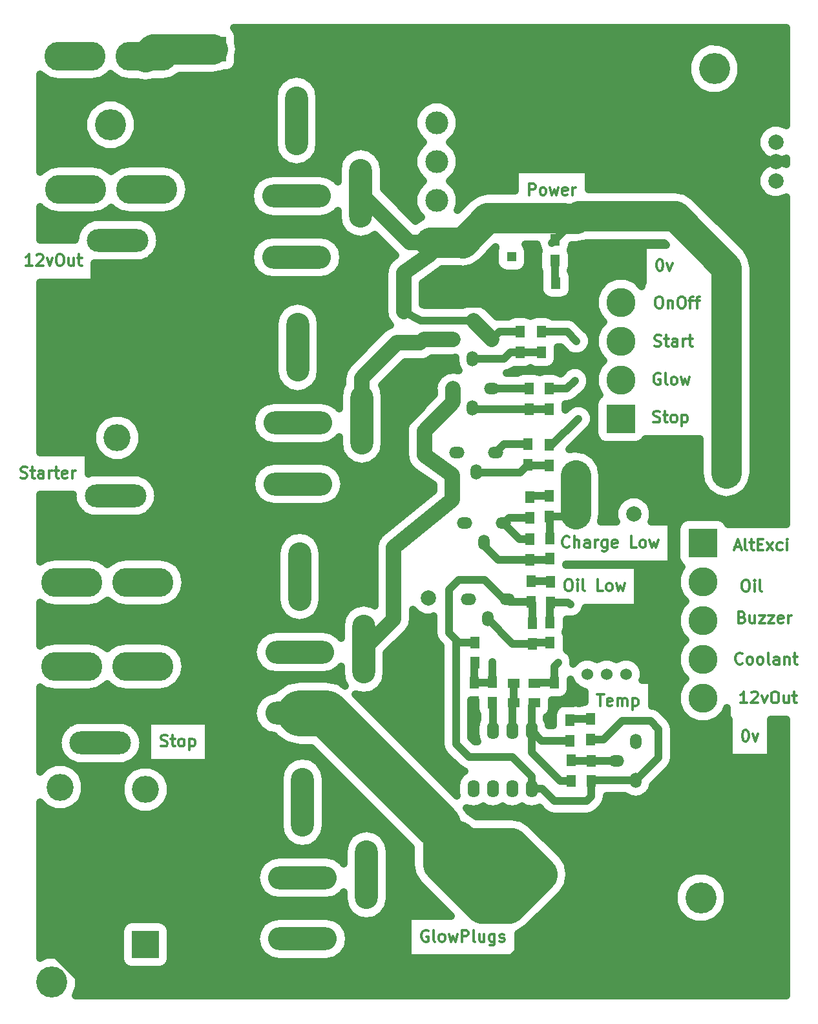
<source format=gbr>
G04 #@! TF.FileFunction,Copper,L1,Top,Signal*
%FSLAX46Y46*%
G04 Gerber Fmt 4.6, Leading zero omitted, Abs format (unit mm)*
G04 Created by KiCad (PCBNEW 4.0.6) date Wednesday, 01 September 2021 'PMt' 15:27:45*
%MOMM*%
%LPD*%
G01*
G04 APERTURE LIST*
%ADD10C,0.100000*%
%ADD11C,0.300000*%
%ADD12O,8.000000X3.800000*%
%ADD13C,4.064000*%
%ADD14R,1.250000X1.500000*%
%ADD15C,1.300000*%
%ADD16R,1.300000X1.300000*%
%ADD17R,3.600000X3.200000*%
%ADD18R,1.300000X1.500000*%
%ADD19C,1.998980*%
%ADD20O,1.501140X1.998980*%
%ADD21O,1.998980X1.501140*%
%ADD22R,1.500000X1.300000*%
%ADD23O,1.600000X2.300000*%
%ADD24O,8.000000X3.000000*%
%ADD25C,3.000000*%
%ADD26C,3.540760*%
%ADD27R,3.540760X3.540760*%
%ADD28O,3.000000X9.000000*%
%ADD29O,9.000000X3.000000*%
%ADD30C,3.810000*%
%ADD31R,3.810000X3.810000*%
%ADD32C,2.000000*%
%ADD33C,1.524000*%
%ADD34C,1.000000*%
%ADD35C,4.000000*%
%ADD36C,1.000000*%
%ADD37C,2.000000*%
%ADD38C,6.000000*%
G04 APERTURE END LIST*
D10*
D11*
X52428571Y9925000D02*
X52285714Y9996429D01*
X52071428Y9996429D01*
X51857143Y9925000D01*
X51714285Y9782143D01*
X51642857Y9639286D01*
X51571428Y9353571D01*
X51571428Y9139286D01*
X51642857Y8853571D01*
X51714285Y8710714D01*
X51857143Y8567857D01*
X52071428Y8496429D01*
X52214285Y8496429D01*
X52428571Y8567857D01*
X52500000Y8639286D01*
X52500000Y9139286D01*
X52214285Y9139286D01*
X53357143Y8496429D02*
X53214285Y8567857D01*
X53142857Y8710714D01*
X53142857Y9996429D01*
X54142857Y8496429D02*
X53999999Y8567857D01*
X53928571Y8639286D01*
X53857142Y8782143D01*
X53857142Y9210714D01*
X53928571Y9353571D01*
X53999999Y9425000D01*
X54142857Y9496429D01*
X54357142Y9496429D01*
X54499999Y9425000D01*
X54571428Y9353571D01*
X54642857Y9210714D01*
X54642857Y8782143D01*
X54571428Y8639286D01*
X54499999Y8567857D01*
X54357142Y8496429D01*
X54142857Y8496429D01*
X55142857Y9496429D02*
X55428571Y8496429D01*
X55714285Y9210714D01*
X56000000Y8496429D01*
X56285714Y9496429D01*
X56857143Y8496429D02*
X56857143Y9996429D01*
X57428571Y9996429D01*
X57571429Y9925000D01*
X57642857Y9853571D01*
X57714286Y9710714D01*
X57714286Y9496429D01*
X57642857Y9353571D01*
X57571429Y9282143D01*
X57428571Y9210714D01*
X56857143Y9210714D01*
X58571429Y8496429D02*
X58428571Y8567857D01*
X58357143Y8710714D01*
X58357143Y9996429D01*
X59785714Y9496429D02*
X59785714Y8496429D01*
X59142857Y9496429D02*
X59142857Y8710714D01*
X59214285Y8567857D01*
X59357143Y8496429D01*
X59571428Y8496429D01*
X59714285Y8567857D01*
X59785714Y8639286D01*
X61142857Y9496429D02*
X61142857Y8282143D01*
X61071428Y8139286D01*
X61000000Y8067857D01*
X60857143Y7996429D01*
X60642857Y7996429D01*
X60500000Y8067857D01*
X61142857Y8567857D02*
X61000000Y8496429D01*
X60714286Y8496429D01*
X60571428Y8567857D01*
X60500000Y8639286D01*
X60428571Y8782143D01*
X60428571Y9210714D01*
X60500000Y9353571D01*
X60571428Y9425000D01*
X60714286Y9496429D01*
X61000000Y9496429D01*
X61142857Y9425000D01*
X61785714Y8567857D02*
X61928571Y8496429D01*
X62214286Y8496429D01*
X62357143Y8567857D01*
X62428571Y8710714D01*
X62428571Y8782143D01*
X62357143Y8925000D01*
X62214286Y8996429D01*
X62000000Y8996429D01*
X61857143Y9067857D01*
X61785714Y9210714D01*
X61785714Y9282143D01*
X61857143Y9425000D01*
X62000000Y9496429D01*
X62214286Y9496429D01*
X62357143Y9425000D01*
X82732143Y97871429D02*
X82875000Y97871429D01*
X83017857Y97800000D01*
X83089286Y97728571D01*
X83160715Y97585714D01*
X83232143Y97300000D01*
X83232143Y96942857D01*
X83160715Y96657143D01*
X83089286Y96514286D01*
X83017857Y96442857D01*
X82875000Y96371429D01*
X82732143Y96371429D01*
X82589286Y96442857D01*
X82517857Y96514286D01*
X82446429Y96657143D01*
X82375000Y96942857D01*
X82375000Y97300000D01*
X82446429Y97585714D01*
X82517857Y97728571D01*
X82589286Y97800000D01*
X82732143Y97871429D01*
X83732143Y97371429D02*
X84089286Y96371429D01*
X84446428Y97371429D01*
X17435714Y34142857D02*
X17650000Y34071429D01*
X18007143Y34071429D01*
X18150000Y34142857D01*
X18221429Y34214286D01*
X18292857Y34357143D01*
X18292857Y34500000D01*
X18221429Y34642857D01*
X18150000Y34714286D01*
X18007143Y34785714D01*
X17721429Y34857143D01*
X17578571Y34928571D01*
X17507143Y35000000D01*
X17435714Y35142857D01*
X17435714Y35285714D01*
X17507143Y35428571D01*
X17578571Y35500000D01*
X17721429Y35571429D01*
X18078571Y35571429D01*
X18292857Y35500000D01*
X18721428Y35071429D02*
X19292857Y35071429D01*
X18935714Y35571429D02*
X18935714Y34285714D01*
X19007142Y34142857D01*
X19150000Y34071429D01*
X19292857Y34071429D01*
X20007143Y34071429D02*
X19864285Y34142857D01*
X19792857Y34214286D01*
X19721428Y34357143D01*
X19721428Y34785714D01*
X19792857Y34928571D01*
X19864285Y35000000D01*
X20007143Y35071429D01*
X20221428Y35071429D01*
X20364285Y35000000D01*
X20435714Y34928571D01*
X20507143Y34785714D01*
X20507143Y34357143D01*
X20435714Y34214286D01*
X20364285Y34142857D01*
X20221428Y34071429D01*
X20007143Y34071429D01*
X21150000Y35071429D02*
X21150000Y33571429D01*
X21150000Y35000000D02*
X21292857Y35071429D01*
X21578571Y35071429D01*
X21721428Y35000000D01*
X21792857Y34928571D01*
X21864286Y34785714D01*
X21864286Y34357143D01*
X21792857Y34214286D01*
X21721428Y34142857D01*
X21578571Y34071429D01*
X21292857Y34071429D01*
X21150000Y34142857D01*
X-960714Y69267857D02*
X-746428Y69196429D01*
X-389285Y69196429D01*
X-246428Y69267857D01*
X-174999Y69339286D01*
X-103571Y69482143D01*
X-103571Y69625000D01*
X-174999Y69767857D01*
X-246428Y69839286D01*
X-389285Y69910714D01*
X-674999Y69982143D01*
X-817857Y70053571D01*
X-889285Y70125000D01*
X-960714Y70267857D01*
X-960714Y70410714D01*
X-889285Y70553571D01*
X-817857Y70625000D01*
X-674999Y70696429D01*
X-317857Y70696429D01*
X-103571Y70625000D01*
X325000Y70196429D02*
X896429Y70196429D01*
X539286Y70696429D02*
X539286Y69410714D01*
X610714Y69267857D01*
X753572Y69196429D01*
X896429Y69196429D01*
X2039286Y69196429D02*
X2039286Y69982143D01*
X1967857Y70125000D01*
X1825000Y70196429D01*
X1539286Y70196429D01*
X1396429Y70125000D01*
X2039286Y69267857D02*
X1896429Y69196429D01*
X1539286Y69196429D01*
X1396429Y69267857D01*
X1325000Y69410714D01*
X1325000Y69553571D01*
X1396429Y69696429D01*
X1539286Y69767857D01*
X1896429Y69767857D01*
X2039286Y69839286D01*
X2753572Y69196429D02*
X2753572Y70196429D01*
X2753572Y69910714D02*
X2825000Y70053571D01*
X2896429Y70125000D01*
X3039286Y70196429D01*
X3182143Y70196429D01*
X3467857Y70196429D02*
X4039286Y70196429D01*
X3682143Y70696429D02*
X3682143Y69410714D01*
X3753571Y69267857D01*
X3896429Y69196429D01*
X4039286Y69196429D01*
X5110714Y69267857D02*
X4967857Y69196429D01*
X4682143Y69196429D01*
X4539286Y69267857D01*
X4467857Y69410714D01*
X4467857Y69982143D01*
X4539286Y70125000D01*
X4682143Y70196429D01*
X4967857Y70196429D01*
X5110714Y70125000D01*
X5182143Y69982143D01*
X5182143Y69839286D01*
X4467857Y69696429D01*
X5825000Y69196429D02*
X5825000Y70196429D01*
X5825000Y69910714D02*
X5896428Y70053571D01*
X5967857Y70125000D01*
X6110714Y70196429D01*
X6253571Y70196429D01*
X550000Y97021429D02*
X-307143Y97021429D01*
X121429Y97021429D02*
X121429Y98521429D01*
X-21428Y98307143D01*
X-164286Y98164286D01*
X-307143Y98092857D01*
X1121428Y98378571D02*
X1192857Y98450000D01*
X1335714Y98521429D01*
X1692857Y98521429D01*
X1835714Y98450000D01*
X1907143Y98378571D01*
X1978571Y98235714D01*
X1978571Y98092857D01*
X1907143Y97878571D01*
X1050000Y97021429D01*
X1978571Y97021429D01*
X2478571Y98021429D02*
X2835714Y97021429D01*
X3192856Y98021429D01*
X4049999Y98521429D02*
X4335713Y98521429D01*
X4478571Y98450000D01*
X4621428Y98307143D01*
X4692856Y98021429D01*
X4692856Y97521429D01*
X4621428Y97235714D01*
X4478571Y97092857D01*
X4335713Y97021429D01*
X4049999Y97021429D01*
X3907142Y97092857D01*
X3764285Y97235714D01*
X3692856Y97521429D01*
X3692856Y98021429D01*
X3764285Y98307143D01*
X3907142Y98450000D01*
X4049999Y98521429D01*
X5978571Y98021429D02*
X5978571Y97021429D01*
X5335714Y98021429D02*
X5335714Y97235714D01*
X5407142Y97092857D01*
X5550000Y97021429D01*
X5764285Y97021429D01*
X5907142Y97092857D01*
X5978571Y97164286D01*
X6478571Y98021429D02*
X7050000Y98021429D01*
X6692857Y98521429D02*
X6692857Y97235714D01*
X6764285Y97092857D01*
X6907143Y97021429D01*
X7050000Y97021429D01*
X81960714Y76567857D02*
X82175000Y76496429D01*
X82532143Y76496429D01*
X82675000Y76567857D01*
X82746429Y76639286D01*
X82817857Y76782143D01*
X82817857Y76925000D01*
X82746429Y77067857D01*
X82675000Y77139286D01*
X82532143Y77210714D01*
X82246429Y77282143D01*
X82103571Y77353571D01*
X82032143Y77425000D01*
X81960714Y77567857D01*
X81960714Y77710714D01*
X82032143Y77853571D01*
X82103571Y77925000D01*
X82246429Y77996429D01*
X82603571Y77996429D01*
X82817857Y77925000D01*
X83246428Y77496429D02*
X83817857Y77496429D01*
X83460714Y77996429D02*
X83460714Y76710714D01*
X83532142Y76567857D01*
X83675000Y76496429D01*
X83817857Y76496429D01*
X84532143Y76496429D02*
X84389285Y76567857D01*
X84317857Y76639286D01*
X84246428Y76782143D01*
X84246428Y77210714D01*
X84317857Y77353571D01*
X84389285Y77425000D01*
X84532143Y77496429D01*
X84746428Y77496429D01*
X84889285Y77425000D01*
X84960714Y77353571D01*
X85032143Y77210714D01*
X85032143Y76782143D01*
X84960714Y76639286D01*
X84889285Y76567857D01*
X84746428Y76496429D01*
X84532143Y76496429D01*
X85675000Y77496429D02*
X85675000Y75996429D01*
X85675000Y77425000D02*
X85817857Y77496429D01*
X86103571Y77496429D01*
X86246428Y77425000D01*
X86317857Y77353571D01*
X86389286Y77210714D01*
X86389286Y76782143D01*
X86317857Y76639286D01*
X86246428Y76567857D01*
X86103571Y76496429D01*
X85817857Y76496429D01*
X85675000Y76567857D01*
X82835714Y82875000D02*
X82692857Y82946429D01*
X82478571Y82946429D01*
X82264286Y82875000D01*
X82121428Y82732143D01*
X82050000Y82589286D01*
X81978571Y82303571D01*
X81978571Y82089286D01*
X82050000Y81803571D01*
X82121428Y81660714D01*
X82264286Y81517857D01*
X82478571Y81446429D01*
X82621428Y81446429D01*
X82835714Y81517857D01*
X82907143Y81589286D01*
X82907143Y82089286D01*
X82621428Y82089286D01*
X83764286Y81446429D02*
X83621428Y81517857D01*
X83550000Y81660714D01*
X83550000Y82946429D01*
X84550000Y81446429D02*
X84407142Y81517857D01*
X84335714Y81589286D01*
X84264285Y81732143D01*
X84264285Y82160714D01*
X84335714Y82303571D01*
X84407142Y82375000D01*
X84550000Y82446429D01*
X84764285Y82446429D01*
X84907142Y82375000D01*
X84978571Y82303571D01*
X85050000Y82160714D01*
X85050000Y81732143D01*
X84978571Y81589286D01*
X84907142Y81517857D01*
X84764285Y81446429D01*
X84550000Y81446429D01*
X85550000Y82446429D02*
X85835714Y81446429D01*
X86121428Y82160714D01*
X86407143Y81446429D01*
X86692857Y82446429D01*
X82096429Y86492857D02*
X82310715Y86421429D01*
X82667858Y86421429D01*
X82810715Y86492857D01*
X82882144Y86564286D01*
X82953572Y86707143D01*
X82953572Y86850000D01*
X82882144Y86992857D01*
X82810715Y87064286D01*
X82667858Y87135714D01*
X82382144Y87207143D01*
X82239286Y87278571D01*
X82167858Y87350000D01*
X82096429Y87492857D01*
X82096429Y87635714D01*
X82167858Y87778571D01*
X82239286Y87850000D01*
X82382144Y87921429D01*
X82739286Y87921429D01*
X82953572Y87850000D01*
X83382143Y87421429D02*
X83953572Y87421429D01*
X83596429Y87921429D02*
X83596429Y86635714D01*
X83667857Y86492857D01*
X83810715Y86421429D01*
X83953572Y86421429D01*
X85096429Y86421429D02*
X85096429Y87207143D01*
X85025000Y87350000D01*
X84882143Y87421429D01*
X84596429Y87421429D01*
X84453572Y87350000D01*
X85096429Y86492857D02*
X84953572Y86421429D01*
X84596429Y86421429D01*
X84453572Y86492857D01*
X84382143Y86635714D01*
X84382143Y86778571D01*
X84453572Y86921429D01*
X84596429Y86992857D01*
X84953572Y86992857D01*
X85096429Y87064286D01*
X85810715Y86421429D02*
X85810715Y87421429D01*
X85810715Y87135714D02*
X85882143Y87278571D01*
X85953572Y87350000D01*
X86096429Y87421429D01*
X86239286Y87421429D01*
X86525000Y87421429D02*
X87096429Y87421429D01*
X86739286Y87921429D02*
X86739286Y86635714D01*
X86810714Y86492857D01*
X86953572Y86421429D01*
X87096429Y86421429D01*
X82585714Y92971429D02*
X82871428Y92971429D01*
X83014286Y92900000D01*
X83157143Y92757143D01*
X83228571Y92471429D01*
X83228571Y91971429D01*
X83157143Y91685714D01*
X83014286Y91542857D01*
X82871428Y91471429D01*
X82585714Y91471429D01*
X82442857Y91542857D01*
X82300000Y91685714D01*
X82228571Y91971429D01*
X82228571Y92471429D01*
X82300000Y92757143D01*
X82442857Y92900000D01*
X82585714Y92971429D01*
X83871429Y92471429D02*
X83871429Y91471429D01*
X83871429Y92328571D02*
X83942857Y92400000D01*
X84085715Y92471429D01*
X84300000Y92471429D01*
X84442857Y92400000D01*
X84514286Y92257143D01*
X84514286Y91471429D01*
X85514286Y92971429D02*
X85800000Y92971429D01*
X85942858Y92900000D01*
X86085715Y92757143D01*
X86157143Y92471429D01*
X86157143Y91971429D01*
X86085715Y91685714D01*
X85942858Y91542857D01*
X85800000Y91471429D01*
X85514286Y91471429D01*
X85371429Y91542857D01*
X85228572Y91685714D01*
X85157143Y91971429D01*
X85157143Y92471429D01*
X85228572Y92757143D01*
X85371429Y92900000D01*
X85514286Y92971429D01*
X86585715Y92471429D02*
X87157144Y92471429D01*
X86800001Y91471429D02*
X86800001Y92757143D01*
X86871429Y92900000D01*
X87014287Y92971429D01*
X87157144Y92971429D01*
X87442858Y92471429D02*
X88014287Y92471429D01*
X87657144Y91471429D02*
X87657144Y92757143D01*
X87728572Y92900000D01*
X87871430Y92971429D01*
X88014287Y92971429D01*
X74600000Y40871429D02*
X75457143Y40871429D01*
X75028572Y39371429D02*
X75028572Y40871429D01*
X76528571Y39442857D02*
X76385714Y39371429D01*
X76100000Y39371429D01*
X75957143Y39442857D01*
X75885714Y39585714D01*
X75885714Y40157143D01*
X75957143Y40300000D01*
X76100000Y40371429D01*
X76385714Y40371429D01*
X76528571Y40300000D01*
X76600000Y40157143D01*
X76600000Y40014286D01*
X75885714Y39871429D01*
X77242857Y39371429D02*
X77242857Y40371429D01*
X77242857Y40228571D02*
X77314285Y40300000D01*
X77457143Y40371429D01*
X77671428Y40371429D01*
X77814285Y40300000D01*
X77885714Y40157143D01*
X77885714Y39371429D01*
X77885714Y40157143D02*
X77957143Y40300000D01*
X78100000Y40371429D01*
X78314285Y40371429D01*
X78457143Y40300000D01*
X78528571Y40157143D01*
X78528571Y39371429D01*
X79242857Y40371429D02*
X79242857Y38871429D01*
X79242857Y40300000D02*
X79385714Y40371429D01*
X79671428Y40371429D01*
X79814285Y40300000D01*
X79885714Y40228571D01*
X79957143Y40085714D01*
X79957143Y39657143D01*
X79885714Y39514286D01*
X79814285Y39442857D01*
X79671428Y39371429D01*
X79385714Y39371429D01*
X79242857Y39442857D01*
X65660715Y106271429D02*
X65660715Y107771429D01*
X66232143Y107771429D01*
X66375001Y107700000D01*
X66446429Y107628571D01*
X66517858Y107485714D01*
X66517858Y107271429D01*
X66446429Y107128571D01*
X66375001Y107057143D01*
X66232143Y106985714D01*
X65660715Y106985714D01*
X67375001Y106271429D02*
X67232143Y106342857D01*
X67160715Y106414286D01*
X67089286Y106557143D01*
X67089286Y106985714D01*
X67160715Y107128571D01*
X67232143Y107200000D01*
X67375001Y107271429D01*
X67589286Y107271429D01*
X67732143Y107200000D01*
X67803572Y107128571D01*
X67875001Y106985714D01*
X67875001Y106557143D01*
X67803572Y106414286D01*
X67732143Y106342857D01*
X67589286Y106271429D01*
X67375001Y106271429D01*
X68375001Y107271429D02*
X68660715Y106271429D01*
X68946429Y106985714D01*
X69232144Y106271429D01*
X69517858Y107271429D01*
X70660715Y106342857D02*
X70517858Y106271429D01*
X70232144Y106271429D01*
X70089287Y106342857D01*
X70017858Y106485714D01*
X70017858Y107057143D01*
X70089287Y107200000D01*
X70232144Y107271429D01*
X70517858Y107271429D01*
X70660715Y107200000D01*
X70732144Y107057143D01*
X70732144Y106914286D01*
X70017858Y106771429D01*
X71375001Y106271429D02*
X71375001Y107271429D01*
X71375001Y106985714D02*
X71446429Y107128571D01*
X71517858Y107200000D01*
X71660715Y107271429D01*
X71803572Y107271429D01*
X70953572Y60239286D02*
X70882143Y60167857D01*
X70667857Y60096429D01*
X70525000Y60096429D01*
X70310715Y60167857D01*
X70167857Y60310714D01*
X70096429Y60453571D01*
X70025000Y60739286D01*
X70025000Y60953571D01*
X70096429Y61239286D01*
X70167857Y61382143D01*
X70310715Y61525000D01*
X70525000Y61596429D01*
X70667857Y61596429D01*
X70882143Y61525000D01*
X70953572Y61453571D01*
X71596429Y60096429D02*
X71596429Y61596429D01*
X72239286Y60096429D02*
X72239286Y60882143D01*
X72167857Y61025000D01*
X72025000Y61096429D01*
X71810715Y61096429D01*
X71667857Y61025000D01*
X71596429Y60953571D01*
X73596429Y60096429D02*
X73596429Y60882143D01*
X73525000Y61025000D01*
X73382143Y61096429D01*
X73096429Y61096429D01*
X72953572Y61025000D01*
X73596429Y60167857D02*
X73453572Y60096429D01*
X73096429Y60096429D01*
X72953572Y60167857D01*
X72882143Y60310714D01*
X72882143Y60453571D01*
X72953572Y60596429D01*
X73096429Y60667857D01*
X73453572Y60667857D01*
X73596429Y60739286D01*
X74310715Y60096429D02*
X74310715Y61096429D01*
X74310715Y60810714D02*
X74382143Y60953571D01*
X74453572Y61025000D01*
X74596429Y61096429D01*
X74739286Y61096429D01*
X75882143Y61096429D02*
X75882143Y59882143D01*
X75810714Y59739286D01*
X75739286Y59667857D01*
X75596429Y59596429D01*
X75382143Y59596429D01*
X75239286Y59667857D01*
X75882143Y60167857D02*
X75739286Y60096429D01*
X75453572Y60096429D01*
X75310714Y60167857D01*
X75239286Y60239286D01*
X75167857Y60382143D01*
X75167857Y60810714D01*
X75239286Y60953571D01*
X75310714Y61025000D01*
X75453572Y61096429D01*
X75739286Y61096429D01*
X75882143Y61025000D01*
X77167857Y60167857D02*
X77025000Y60096429D01*
X76739286Y60096429D01*
X76596429Y60167857D01*
X76525000Y60310714D01*
X76525000Y60882143D01*
X76596429Y61025000D01*
X76739286Y61096429D01*
X77025000Y61096429D01*
X77167857Y61025000D01*
X77239286Y60882143D01*
X77239286Y60739286D01*
X76525000Y60596429D01*
X79739286Y60096429D02*
X79025000Y60096429D01*
X79025000Y61596429D01*
X80453572Y60096429D02*
X80310714Y60167857D01*
X80239286Y60239286D01*
X80167857Y60382143D01*
X80167857Y60810714D01*
X80239286Y60953571D01*
X80310714Y61025000D01*
X80453572Y61096429D01*
X80667857Y61096429D01*
X80810714Y61025000D01*
X80882143Y60953571D01*
X80953572Y60810714D01*
X80953572Y60382143D01*
X80882143Y60239286D01*
X80810714Y60167857D01*
X80667857Y60096429D01*
X80453572Y60096429D01*
X81453572Y61096429D02*
X81739286Y60096429D01*
X82025000Y60810714D01*
X82310715Y60096429D01*
X82596429Y61096429D01*
X70714285Y55921429D02*
X70999999Y55921429D01*
X71142857Y55850000D01*
X71285714Y55707143D01*
X71357142Y55421429D01*
X71357142Y54921429D01*
X71285714Y54635714D01*
X71142857Y54492857D01*
X70999999Y54421429D01*
X70714285Y54421429D01*
X70571428Y54492857D01*
X70428571Y54635714D01*
X70357142Y54921429D01*
X70357142Y55421429D01*
X70428571Y55707143D01*
X70571428Y55850000D01*
X70714285Y55921429D01*
X72000000Y54421429D02*
X72000000Y55421429D01*
X72000000Y55921429D02*
X71928571Y55850000D01*
X72000000Y55778571D01*
X72071428Y55850000D01*
X72000000Y55921429D01*
X72000000Y55778571D01*
X72928572Y54421429D02*
X72785714Y54492857D01*
X72714286Y54635714D01*
X72714286Y55921429D01*
X75357143Y54421429D02*
X74642857Y54421429D01*
X74642857Y55921429D01*
X76071429Y54421429D02*
X75928571Y54492857D01*
X75857143Y54564286D01*
X75785714Y54707143D01*
X75785714Y55135714D01*
X75857143Y55278571D01*
X75928571Y55350000D01*
X76071429Y55421429D01*
X76285714Y55421429D01*
X76428571Y55350000D01*
X76500000Y55278571D01*
X76571429Y55135714D01*
X76571429Y54707143D01*
X76500000Y54564286D01*
X76428571Y54492857D01*
X76285714Y54421429D01*
X76071429Y54421429D01*
X77071429Y55421429D02*
X77357143Y54421429D01*
X77642857Y55135714D01*
X77928572Y54421429D01*
X78214286Y55421429D01*
X93957143Y36221429D02*
X94100000Y36221429D01*
X94242857Y36150000D01*
X94314286Y36078571D01*
X94385715Y35935714D01*
X94457143Y35650000D01*
X94457143Y35292857D01*
X94385715Y35007143D01*
X94314286Y34864286D01*
X94242857Y34792857D01*
X94100000Y34721429D01*
X93957143Y34721429D01*
X93814286Y34792857D01*
X93742857Y34864286D01*
X93671429Y35007143D01*
X93600000Y35292857D01*
X93600000Y35650000D01*
X93671429Y35935714D01*
X93742857Y36078571D01*
X93814286Y36150000D01*
X93957143Y36221429D01*
X94957143Y35721429D02*
X95314286Y34721429D01*
X95671428Y35721429D01*
X94250000Y39746429D02*
X93392857Y39746429D01*
X93821429Y39746429D02*
X93821429Y41246429D01*
X93678572Y41032143D01*
X93535714Y40889286D01*
X93392857Y40817857D01*
X94821428Y41103571D02*
X94892857Y41175000D01*
X95035714Y41246429D01*
X95392857Y41246429D01*
X95535714Y41175000D01*
X95607143Y41103571D01*
X95678571Y40960714D01*
X95678571Y40817857D01*
X95607143Y40603571D01*
X94750000Y39746429D01*
X95678571Y39746429D01*
X96178571Y40746429D02*
X96535714Y39746429D01*
X96892856Y40746429D01*
X97749999Y41246429D02*
X98035713Y41246429D01*
X98178571Y41175000D01*
X98321428Y41032143D01*
X98392856Y40746429D01*
X98392856Y40246429D01*
X98321428Y39960714D01*
X98178571Y39817857D01*
X98035713Y39746429D01*
X97749999Y39746429D01*
X97607142Y39817857D01*
X97464285Y39960714D01*
X97392856Y40246429D01*
X97392856Y40746429D01*
X97464285Y41032143D01*
X97607142Y41175000D01*
X97749999Y41246429D01*
X99678571Y40746429D02*
X99678571Y39746429D01*
X99035714Y40746429D02*
X99035714Y39960714D01*
X99107142Y39817857D01*
X99250000Y39746429D01*
X99464285Y39746429D01*
X99607142Y39817857D01*
X99678571Y39889286D01*
X100178571Y40746429D02*
X100750000Y40746429D01*
X100392857Y41246429D02*
X100392857Y39960714D01*
X100464285Y39817857D01*
X100607143Y39746429D01*
X100750000Y39746429D01*
X93628572Y44964286D02*
X93557143Y44892857D01*
X93342857Y44821429D01*
X93200000Y44821429D01*
X92985715Y44892857D01*
X92842857Y45035714D01*
X92771429Y45178571D01*
X92700000Y45464286D01*
X92700000Y45678571D01*
X92771429Y45964286D01*
X92842857Y46107143D01*
X92985715Y46250000D01*
X93200000Y46321429D01*
X93342857Y46321429D01*
X93557143Y46250000D01*
X93628572Y46178571D01*
X94485715Y44821429D02*
X94342857Y44892857D01*
X94271429Y44964286D01*
X94200000Y45107143D01*
X94200000Y45535714D01*
X94271429Y45678571D01*
X94342857Y45750000D01*
X94485715Y45821429D01*
X94700000Y45821429D01*
X94842857Y45750000D01*
X94914286Y45678571D01*
X94985715Y45535714D01*
X94985715Y45107143D01*
X94914286Y44964286D01*
X94842857Y44892857D01*
X94700000Y44821429D01*
X94485715Y44821429D01*
X95842858Y44821429D02*
X95700000Y44892857D01*
X95628572Y44964286D01*
X95557143Y45107143D01*
X95557143Y45535714D01*
X95628572Y45678571D01*
X95700000Y45750000D01*
X95842858Y45821429D01*
X96057143Y45821429D01*
X96200000Y45750000D01*
X96271429Y45678571D01*
X96342858Y45535714D01*
X96342858Y45107143D01*
X96271429Y44964286D01*
X96200000Y44892857D01*
X96057143Y44821429D01*
X95842858Y44821429D01*
X97200001Y44821429D02*
X97057143Y44892857D01*
X96985715Y45035714D01*
X96985715Y46321429D01*
X98414286Y44821429D02*
X98414286Y45607143D01*
X98342857Y45750000D01*
X98200000Y45821429D01*
X97914286Y45821429D01*
X97771429Y45750000D01*
X98414286Y44892857D02*
X98271429Y44821429D01*
X97914286Y44821429D01*
X97771429Y44892857D01*
X97700000Y45035714D01*
X97700000Y45178571D01*
X97771429Y45321429D01*
X97914286Y45392857D01*
X98271429Y45392857D01*
X98414286Y45464286D01*
X99128572Y45821429D02*
X99128572Y44821429D01*
X99128572Y45678571D02*
X99200000Y45750000D01*
X99342858Y45821429D01*
X99557143Y45821429D01*
X99700000Y45750000D01*
X99771429Y45607143D01*
X99771429Y44821429D01*
X100271429Y45821429D02*
X100842858Y45821429D01*
X100485715Y46321429D02*
X100485715Y45035714D01*
X100557143Y44892857D01*
X100700001Y44821429D01*
X100842858Y44821429D01*
X93582143Y50982143D02*
X93796429Y50910714D01*
X93867857Y50839286D01*
X93939286Y50696429D01*
X93939286Y50482143D01*
X93867857Y50339286D01*
X93796429Y50267857D01*
X93653571Y50196429D01*
X93082143Y50196429D01*
X93082143Y51696429D01*
X93582143Y51696429D01*
X93725000Y51625000D01*
X93796429Y51553571D01*
X93867857Y51410714D01*
X93867857Y51267857D01*
X93796429Y51125000D01*
X93725000Y51053571D01*
X93582143Y50982143D01*
X93082143Y50982143D01*
X95225000Y51196429D02*
X95225000Y50196429D01*
X94582143Y51196429D02*
X94582143Y50410714D01*
X94653571Y50267857D01*
X94796429Y50196429D01*
X95010714Y50196429D01*
X95153571Y50267857D01*
X95225000Y50339286D01*
X95796429Y51196429D02*
X96582143Y51196429D01*
X95796429Y50196429D01*
X96582143Y50196429D01*
X97010715Y51196429D02*
X97796429Y51196429D01*
X97010715Y50196429D01*
X97796429Y50196429D01*
X98939286Y50267857D02*
X98796429Y50196429D01*
X98510715Y50196429D01*
X98367858Y50267857D01*
X98296429Y50410714D01*
X98296429Y50982143D01*
X98367858Y51125000D01*
X98510715Y51196429D01*
X98796429Y51196429D01*
X98939286Y51125000D01*
X99010715Y50982143D01*
X99010715Y50839286D01*
X98296429Y50696429D01*
X99653572Y50196429D02*
X99653572Y51196429D01*
X99653572Y50910714D02*
X99725000Y51053571D01*
X99796429Y51125000D01*
X99939286Y51196429D01*
X100082143Y51196429D01*
X93932143Y55846429D02*
X94217857Y55846429D01*
X94360715Y55775000D01*
X94503572Y55632143D01*
X94575000Y55346429D01*
X94575000Y54846429D01*
X94503572Y54560714D01*
X94360715Y54417857D01*
X94217857Y54346429D01*
X93932143Y54346429D01*
X93789286Y54417857D01*
X93646429Y54560714D01*
X93575000Y54846429D01*
X93575000Y55346429D01*
X93646429Y55632143D01*
X93789286Y55775000D01*
X93932143Y55846429D01*
X95217858Y54346429D02*
X95217858Y55346429D01*
X95217858Y55846429D02*
X95146429Y55775000D01*
X95217858Y55703571D01*
X95289286Y55775000D01*
X95217858Y55846429D01*
X95217858Y55703571D01*
X96146430Y54346429D02*
X96003572Y54417857D01*
X95932144Y54560714D01*
X95932144Y55846429D01*
X92635714Y60175000D02*
X93350000Y60175000D01*
X92492857Y59746429D02*
X92992857Y61246429D01*
X93492857Y59746429D01*
X94207143Y59746429D02*
X94064285Y59817857D01*
X93992857Y59960714D01*
X93992857Y61246429D01*
X94564285Y60746429D02*
X95135714Y60746429D01*
X94778571Y61246429D02*
X94778571Y59960714D01*
X94849999Y59817857D01*
X94992857Y59746429D01*
X95135714Y59746429D01*
X95635714Y60532143D02*
X96135714Y60532143D01*
X96350000Y59746429D02*
X95635714Y59746429D01*
X95635714Y61246429D01*
X96350000Y61246429D01*
X96850000Y59746429D02*
X97635714Y60746429D01*
X96850000Y60746429D02*
X97635714Y59746429D01*
X98850000Y59817857D02*
X98707143Y59746429D01*
X98421429Y59746429D01*
X98278571Y59817857D01*
X98207143Y59889286D01*
X98135714Y60032143D01*
X98135714Y60460714D01*
X98207143Y60603571D01*
X98278571Y60675000D01*
X98421429Y60746429D01*
X98707143Y60746429D01*
X98850000Y60675000D01*
X99492857Y59746429D02*
X99492857Y60746429D01*
X99492857Y61246429D02*
X99421428Y61175000D01*
X99492857Y61103571D01*
X99564285Y61175000D01*
X99492857Y61246429D01*
X99492857Y61103571D01*
D12*
X15025000Y44550000D03*
X5725000Y44550000D03*
X15050000Y55550000D03*
X5750000Y55550000D03*
X15475000Y124475000D03*
X6175000Y124475000D03*
X15550000Y107000000D03*
X6250000Y107000000D03*
D13*
X89950000Y122825000D03*
X88175000Y14250000D03*
X3125000Y3200000D03*
D14*
X58500000Y39875000D03*
X58500000Y42375000D03*
D15*
X63350000Y94700000D03*
D16*
X63350000Y98200000D03*
D17*
X24200000Y125400000D03*
X32400000Y125400000D03*
D18*
X65800000Y64025000D03*
X65800000Y66725000D03*
X73725000Y34950000D03*
X73725000Y37650000D03*
X65925000Y52975000D03*
X65925000Y55675000D03*
D19*
X71750000Y64525000D03*
X79370000Y64525000D03*
D20*
X59785000Y60760000D03*
D21*
X62325000Y63300000D03*
X57245000Y63300000D03*
D20*
X58260000Y84860000D03*
D21*
X60800000Y87400000D03*
X55720000Y87400000D03*
D20*
X58760000Y70010000D03*
D21*
X61300000Y72550000D03*
X56220000Y72550000D03*
D20*
X58260000Y78385000D03*
D21*
X60800000Y80925000D03*
X55720000Y80925000D03*
X77135000Y32165000D03*
D20*
X79675000Y29625000D03*
X79675000Y34705000D03*
X60235000Y50785000D03*
D21*
X62775000Y53325000D03*
X57695000Y53325000D03*
D18*
X68950000Y42425000D03*
X68950000Y39725000D03*
X65775000Y61200000D03*
X65775000Y58500000D03*
X60850000Y39825000D03*
X60850000Y42525000D03*
D22*
X63675000Y42325000D03*
X66375000Y42325000D03*
D18*
X68350000Y58625000D03*
X68350000Y61325000D03*
D19*
X71525000Y69825000D03*
X91525000Y69825000D03*
D18*
X67263000Y88365000D03*
X67263000Y85665000D03*
X68300000Y73525000D03*
X68300000Y70825000D03*
X68275000Y80900000D03*
X68275000Y78200000D03*
X68325000Y66875000D03*
X68325000Y64175000D03*
D22*
X66375000Y39750000D03*
X63675000Y39750000D03*
D18*
X64469000Y85665000D03*
X64469000Y88365000D03*
X65500000Y70950000D03*
X65500000Y73650000D03*
X65650000Y78250000D03*
X65650000Y80950000D03*
X71025000Y34800000D03*
X71025000Y37500000D03*
X71200000Y29525000D03*
X71200000Y32225000D03*
X73825000Y32200000D03*
X73825000Y29500000D03*
X68500000Y55650000D03*
X68500000Y52950000D03*
X68400000Y47625000D03*
X68400000Y50325000D03*
X66100000Y47525000D03*
X66100000Y50225000D03*
D23*
X66000000Y36125000D03*
X63460000Y36125000D03*
X60920000Y36125000D03*
X58380000Y36125000D03*
X58380000Y28505000D03*
X60920000Y28505000D03*
X63460000Y28505000D03*
X66000000Y28505000D03*
D19*
X56925000Y92400000D03*
X56925000Y100020000D03*
X51925000Y67725000D03*
X51925000Y75345000D03*
X52450000Y45875000D03*
X52450000Y53495000D03*
X51400000Y79300000D03*
X51400000Y86920000D03*
X52750000Y92450000D03*
X52750000Y100070000D03*
D24*
X11750000Y100350000D03*
D25*
X9210000Y100350000D03*
X14290000Y100350000D03*
D18*
X58525000Y47700000D03*
X58525000Y45000000D03*
D26*
X11702540Y74480000D03*
D27*
X11702540Y94800000D03*
D26*
X15397460Y28420000D03*
D27*
X15397460Y8100000D03*
D26*
X4197460Y28720000D03*
D27*
X4197460Y8400000D03*
D18*
X69050000Y100400000D03*
X69050000Y97700000D03*
X69175000Y94750000D03*
X69175000Y92050000D03*
D28*
X43600000Y106525000D03*
X26800000Y106525000D03*
X35200000Y116025000D03*
D29*
X35200000Y106125000D03*
X35200000Y98125000D03*
D28*
X43750000Y76825000D03*
X26950000Y76825000D03*
X35350000Y86325000D03*
D29*
X35350000Y76425000D03*
X35350000Y68425000D03*
D28*
X44375000Y17250000D03*
X27575000Y17250000D03*
X35975000Y26750000D03*
D29*
X35975000Y16850000D03*
X35975000Y8850000D03*
D28*
X44000000Y46800000D03*
X27200000Y46800000D03*
X35600000Y56300000D03*
D29*
X35600000Y46400000D03*
X35600000Y38400000D03*
D30*
X77700000Y82070000D03*
X77700000Y87150000D03*
D31*
X77700000Y76990000D03*
D30*
X77700000Y92230000D03*
X77700000Y97310000D03*
X88450000Y55595000D03*
X88450000Y50515000D03*
D31*
X88450000Y60675000D03*
D30*
X88450000Y45435000D03*
X88450000Y40355000D03*
X88450000Y35275000D03*
D24*
X11450000Y66900000D03*
D25*
X13990000Y66900000D03*
X8910000Y66900000D03*
D24*
X9500000Y34500000D03*
D25*
X12040000Y34500000D03*
X6960000Y34500000D03*
D32*
X97985000Y110675000D03*
X97985000Y113215000D03*
X97985000Y108135000D03*
D25*
X53535000Y110675000D03*
X53535000Y115755000D03*
X53535000Y105595000D03*
D33*
X75835000Y43525000D03*
X73295000Y43525000D03*
X78375000Y43525000D03*
D13*
X10825000Y115475000D03*
D24*
X63225000Y16700000D03*
D25*
X60685000Y16700000D03*
X65765000Y16700000D03*
D34*
X86500000Y32625002D03*
X71450000Y39700000D03*
X60850000Y45125000D03*
X72125000Y76975000D03*
X71675000Y81950000D03*
X71075000Y52675000D03*
X15400000Y124375000D03*
X71850000Y87150000D03*
X69450000Y45050000D03*
D35*
X74200000Y15250000D02*
X74200000Y15150000D01*
X48600000Y4350000D02*
X30950000Y4350000D01*
D36*
X30950000Y4350000D02*
X30825000Y4475000D01*
D35*
X63400000Y4350000D02*
X48600000Y4350000D01*
X74200000Y15150000D02*
X63400000Y4350000D01*
X86675000Y27725000D02*
X74200000Y15250000D01*
X74200000Y15250000D02*
X74050000Y15100000D01*
X86675000Y32450002D02*
X86675000Y27725000D01*
X86500000Y32625002D02*
X86675000Y32450002D01*
X26950000Y76825000D02*
X26950000Y47050000D01*
X26950000Y47050000D02*
X27200000Y46800000D01*
D36*
X32400000Y125400000D02*
X32400000Y124950000D01*
D35*
X32400000Y124950000D02*
X26800000Y119350000D01*
X26800000Y119350000D02*
X26800000Y106525000D01*
D36*
X26800000Y113025000D02*
X26800000Y106525000D01*
D35*
X26800000Y106525000D02*
X26800000Y103050000D01*
X26800000Y103050000D02*
X18550000Y94800000D01*
X18550000Y94800000D02*
X11702540Y94800000D01*
X26950000Y76825000D02*
X26950000Y106375000D01*
D36*
X26950000Y106375000D02*
X26800000Y106525000D01*
D35*
X30825000Y4475000D02*
X21425000Y4475000D01*
D36*
X21425000Y4475000D02*
X20275000Y3325000D01*
D35*
X20275000Y3325000D02*
X9272460Y3325000D01*
X9272460Y3325000D02*
X4197460Y8400000D01*
X27575000Y7725000D02*
X27575000Y17250000D01*
D36*
X30825000Y4475000D02*
X27575000Y7725000D01*
D35*
X27200000Y46800000D02*
X27200000Y17625000D01*
D36*
X27200000Y17625000D02*
X27575000Y17250000D01*
X51925000Y67725000D02*
X51650000Y67725000D01*
D37*
X51650000Y67725000D02*
X47575000Y63650000D01*
X47575000Y63650000D02*
X31075000Y63650000D01*
D35*
X31075000Y63650000D02*
X27200000Y59775000D01*
D36*
X27200000Y59775000D02*
X27200000Y46800000D01*
X51400000Y79300000D02*
X51400000Y78900000D01*
D37*
X51400000Y78900000D02*
X48475000Y75975000D01*
X31475000Y72300000D02*
X26950000Y76825000D01*
X40100000Y72300000D02*
X31475000Y72300000D01*
X42650000Y69750000D02*
X40100000Y72300000D01*
X46575000Y69750000D02*
X42650000Y69750000D01*
X48475000Y71650000D02*
X46575000Y69750000D01*
X48475000Y75975000D02*
X48475000Y71650000D01*
D36*
X56925000Y92400000D02*
X52800000Y92400000D01*
X52800000Y92400000D02*
X52750000Y92450000D01*
X69175000Y92050000D02*
X57275000Y92050000D01*
X57275000Y92050000D02*
X56925000Y92400000D01*
X68950000Y39725000D02*
X71425000Y39725000D01*
X71425000Y39725000D02*
X71450000Y39700000D01*
X58300000Y39675000D02*
X58500000Y39875000D01*
X58380000Y36125000D02*
X58380000Y39755000D01*
X58380000Y39755000D02*
X58500000Y39875000D01*
X60850000Y45125000D02*
X60850000Y42525000D01*
X58500000Y42375000D02*
X58500000Y44975000D01*
X58500000Y44975000D02*
X58525000Y45000000D01*
X58500000Y42375000D02*
X60700000Y42375000D01*
X60700000Y42375000D02*
X60850000Y42525000D01*
X56100000Y34375000D02*
X56100000Y48025000D01*
X66000000Y30175000D02*
X63475000Y32700000D01*
X63475000Y32700000D02*
X57775000Y32700000D01*
X57775000Y32700000D02*
X56100000Y34375000D01*
X66000000Y28505000D02*
X66000000Y30175000D01*
X56100000Y48025000D02*
X56425000Y47700000D01*
D35*
X71887500Y103237500D02*
X70262500Y103237500D01*
X60205000Y103300000D02*
X56925000Y100020000D01*
X70200000Y103300000D02*
X60205000Y103300000D01*
X70262500Y103237500D02*
X70200000Y103300000D01*
D37*
X52750000Y100070000D02*
X50055000Y100070000D01*
X50055000Y100070000D02*
X43600000Y106525000D01*
D36*
X65775000Y61200000D02*
X64425000Y61200000D01*
X64425000Y61200000D02*
X62325000Y63300000D01*
X52750000Y100070000D02*
X52750000Y98550000D01*
D37*
X58375000Y89825000D02*
X60800000Y87400000D01*
D36*
X51475000Y89825000D02*
X58375000Y89825000D01*
X49225000Y91025000D02*
X51475000Y89825000D01*
D37*
X49225000Y96075000D02*
X49225000Y91025000D01*
X52750000Y98550000D02*
X49225000Y96075000D01*
D36*
X65500000Y73650000D02*
X62400000Y73650000D01*
X62400000Y73650000D02*
X61300000Y72550000D01*
X60800000Y80925000D02*
X65625000Y80925000D01*
X65625000Y80925000D02*
X65650000Y80950000D01*
X64469000Y88365000D02*
X61765000Y88365000D01*
X61765000Y88365000D02*
X60800000Y87400000D01*
X68670000Y100020000D02*
X69050000Y100400000D01*
D35*
X52750000Y100070000D02*
X56875000Y100070000D01*
D36*
X56875000Y100070000D02*
X56925000Y100020000D01*
D35*
X91525000Y69825000D02*
X91525000Y96800000D01*
D36*
X72175000Y103525000D02*
X71887500Y103237500D01*
X71887500Y103237500D02*
X69050000Y100400000D01*
D35*
X84800000Y103525000D02*
X72175000Y103525000D01*
X91525000Y96800000D02*
X84800000Y103525000D01*
D36*
X65800000Y64025000D02*
X63050000Y64025000D01*
X63050000Y64025000D02*
X62325000Y63300000D01*
X62775000Y53325000D02*
X62400000Y53325000D01*
X62400000Y53325000D02*
X59825000Y55900000D01*
X59825000Y55900000D02*
X56475000Y55900000D01*
X56475000Y55900000D02*
X55175000Y54600000D01*
X55175000Y54600000D02*
X55175000Y48950000D01*
X55175000Y48950000D02*
X56425000Y47700000D01*
X65925000Y52975000D02*
X63125000Y52975000D01*
X63125000Y52975000D02*
X62775000Y53325000D01*
X66100000Y50225000D02*
X66100000Y52800000D01*
X66100000Y52800000D02*
X65925000Y52975000D01*
X56425000Y47700000D02*
X58525000Y47700000D01*
X56100000Y47375000D02*
X56425000Y47700000D01*
X73725000Y34950000D02*
X75425000Y34950000D01*
X75425000Y34950000D02*
X77900000Y37425000D01*
X77900000Y37425000D02*
X81575000Y37425000D01*
X81575000Y37425000D02*
X82650000Y36350000D01*
X82650000Y36350000D02*
X82650000Y32600000D01*
X82650000Y32600000D02*
X79675000Y29625000D01*
X79675000Y29625000D02*
X73950000Y29625000D01*
X73950000Y29625000D02*
X73825000Y29500000D01*
X66000000Y28505000D02*
X67370000Y28505000D01*
X73825000Y27525000D02*
X73825000Y29500000D01*
X73200000Y26900000D02*
X73825000Y27525000D01*
X68975000Y26900000D02*
X73200000Y26900000D01*
X67370000Y28505000D02*
X68975000Y26900000D01*
X68325000Y66875000D02*
X65950000Y66875000D01*
X65950000Y66875000D02*
X65800000Y66725000D01*
X73725000Y37650000D02*
X71175000Y37650000D01*
X71175000Y37650000D02*
X71025000Y37500000D01*
X65925000Y55675000D02*
X68475000Y55675000D01*
X68475000Y55675000D02*
X68500000Y55650000D01*
D35*
X71750000Y64525000D02*
X71750000Y69600000D01*
D36*
X71750000Y69600000D02*
X71525000Y69825000D01*
X68325000Y64175000D02*
X71400000Y64175000D01*
X71400000Y64175000D02*
X71750000Y64525000D01*
X68350000Y61325000D02*
X68350000Y64150000D01*
X68350000Y64150000D02*
X68325000Y64175000D01*
D37*
X51400000Y86920000D02*
X48345000Y86920000D01*
X43750000Y82325000D02*
X43750000Y76825000D01*
X48345000Y86920000D02*
X43750000Y82325000D01*
X55720000Y87400000D02*
X51880000Y87400000D01*
D36*
X51880000Y87400000D02*
X51400000Y86920000D01*
D37*
X51925000Y75345000D02*
X51925000Y72175000D01*
X47925000Y50725000D02*
X44000000Y46800000D01*
X47925000Y60100000D02*
X47925000Y50725000D01*
X55625000Y66375000D02*
X47925000Y60100000D01*
X55625000Y69600000D02*
X55625000Y66375000D01*
X51925000Y72175000D02*
X55625000Y69600000D01*
X55720000Y80925000D02*
X55720000Y79140000D01*
X55720000Y79140000D02*
X51925000Y75345000D01*
D36*
X68300000Y73525000D02*
X68675000Y73525000D01*
X68675000Y73525000D02*
X72125000Y76975000D01*
X68275000Y80900000D02*
X70625000Y80900000D01*
X70625000Y80900000D02*
X71675000Y81950000D01*
X70800000Y52950000D02*
X68500000Y52950000D01*
X71075000Y52675000D02*
X70800000Y52950000D01*
X68400000Y50325000D02*
X68400000Y52850000D01*
X68400000Y52850000D02*
X68500000Y52950000D01*
X65775000Y58500000D02*
X68225000Y58500000D01*
X68225000Y58500000D02*
X68350000Y58625000D01*
X59785000Y60760000D02*
X59785000Y60365000D01*
X59785000Y60365000D02*
X61650000Y58500000D01*
X61650000Y58500000D02*
X65775000Y58500000D01*
X64469000Y85665000D02*
X63215000Y85665000D01*
X62410000Y84860000D02*
X58260000Y84860000D01*
X63215000Y85665000D02*
X62410000Y84860000D01*
X67263000Y85665000D02*
X64469000Y85665000D01*
X68300000Y70825000D02*
X65625000Y70825000D01*
X65625000Y70825000D02*
X65500000Y70950000D01*
X65500000Y70950000D02*
X64475000Y69925000D01*
X64475000Y69925000D02*
X58845000Y69925000D01*
X58845000Y69925000D02*
X58760000Y70010000D01*
X65650000Y78250000D02*
X58395000Y78250000D01*
X58395000Y78250000D02*
X58260000Y78385000D01*
X68275000Y78200000D02*
X65700000Y78200000D01*
X65700000Y78200000D02*
X65650000Y78250000D01*
X73825000Y32200000D02*
X71225000Y32200000D01*
X71225000Y32200000D02*
X71200000Y32225000D01*
X77135000Y32165000D02*
X73860000Y32165000D01*
X73860000Y32165000D02*
X73825000Y32200000D01*
X66100000Y47525000D02*
X63495000Y47525000D01*
X63495000Y47525000D02*
X60235000Y50785000D01*
X68400000Y47625000D02*
X66200000Y47625000D01*
X66200000Y47625000D02*
X66100000Y47525000D01*
X60920000Y36125000D02*
X60920000Y39755000D01*
X60920000Y39755000D02*
X60850000Y39825000D01*
X63675000Y39750000D02*
X63675000Y42325000D01*
X63460000Y36125000D02*
X63460000Y39535000D01*
X63460000Y39535000D02*
X63675000Y39750000D01*
X69050000Y97700000D02*
X69050000Y94875000D01*
X69050000Y94875000D02*
X69175000Y94750000D01*
D35*
X15400000Y124375000D02*
X16425000Y125400000D01*
X16425000Y125400000D02*
X24200000Y125400000D01*
D36*
X24200000Y125400000D02*
X21675000Y125400000D01*
X21675000Y125400000D02*
X21050000Y124775000D01*
X71025000Y34800000D02*
X67325000Y34800000D01*
X67325000Y34800000D02*
X66000000Y36125000D01*
X71200000Y29525000D02*
X69725000Y29525000D01*
X66000000Y33250000D02*
X66000000Y36125000D01*
X69725000Y29525000D02*
X66000000Y33250000D01*
X66000000Y36125000D02*
X66000000Y39375000D01*
X66000000Y39375000D02*
X66375000Y39750000D01*
D35*
X56012500Y21412500D02*
X63412500Y21412500D01*
X53700000Y18575000D02*
X53700000Y23725000D01*
X59425000Y12850000D02*
X53700000Y18575000D01*
X63075000Y12850000D02*
X59425000Y12850000D01*
X67400000Y17175000D02*
X63075000Y12850000D01*
X67400000Y17425000D02*
X67400000Y17175000D01*
X63412500Y21412500D02*
X67400000Y17425000D01*
D38*
X35600000Y38400000D02*
X39025000Y38400000D01*
X39025000Y38400000D02*
X53700000Y23725000D01*
X56012500Y21412500D02*
X60725000Y16700000D01*
X60725000Y16700000D02*
X63225000Y16700000D01*
D36*
X67263000Y88365000D02*
X70635000Y88365000D01*
X70635000Y88365000D02*
X71850000Y87150000D01*
X68950000Y42425000D02*
X68950000Y44550000D01*
X68950000Y44550000D02*
X69450000Y45050000D01*
X68950000Y42425000D02*
X66475000Y42425000D01*
X66475000Y42425000D02*
X66375000Y42325000D01*
G36*
X99350000Y115355162D02*
X98484462Y115714565D01*
X97489901Y115715433D01*
X96570714Y115335633D01*
X95866839Y114632985D01*
X95485435Y113714462D01*
X95484567Y112719901D01*
X95864367Y111800714D01*
X96567015Y111096839D01*
X97485538Y110715435D01*
X98480099Y110714567D01*
X99350000Y111074002D01*
X99350000Y110275162D01*
X98484462Y110634565D01*
X97489901Y110635433D01*
X96570714Y110255633D01*
X95866839Y109552985D01*
X95485435Y108634462D01*
X95484567Y107639901D01*
X95864367Y106720714D01*
X96567015Y106016839D01*
X97485538Y105635435D01*
X98480099Y105634567D01*
X99350000Y105994002D01*
X99350000Y63125000D01*
X91781838Y63125000D01*
X91779793Y63135867D01*
X91451276Y63646396D01*
X90950017Y63988892D01*
X90355000Y64109386D01*
X86545000Y64109386D01*
X85989133Y64004793D01*
X85478604Y63676276D01*
X85136108Y63175017D01*
X85015614Y62580000D01*
X85015614Y58770000D01*
X85120207Y58214133D01*
X85448724Y57703604D01*
X85623236Y57584365D01*
X85565065Y57526296D01*
X85045592Y56275268D01*
X85044410Y54920675D01*
X85561698Y53668742D01*
X86174601Y53054769D01*
X85565065Y52446296D01*
X85045592Y51195268D01*
X85044410Y49840675D01*
X85561698Y48588742D01*
X86174601Y47974769D01*
X85565065Y47366296D01*
X85045592Y46115268D01*
X85044410Y44760675D01*
X85561698Y43508742D01*
X86174601Y42894769D01*
X85565065Y42286296D01*
X85045592Y41035268D01*
X85044410Y39680675D01*
X85561698Y38428742D01*
X86518704Y37470065D01*
X87769732Y36950592D01*
X89124325Y36949410D01*
X90376258Y37466698D01*
X91334935Y38423704D01*
X91607143Y39079253D01*
X91607143Y37575000D01*
X91814286Y37575000D01*
X91814286Y32550000D01*
X97385714Y32550000D01*
X97385714Y37575000D01*
X99350000Y37575000D01*
X99350000Y1400000D01*
X6201968Y1400000D01*
X6656386Y2494360D01*
X6657612Y3899476D01*
X6121030Y5198104D01*
X5128330Y6192538D01*
X3830640Y6731386D01*
X2425524Y6732612D01*
X1550000Y6370853D01*
X1550000Y9870380D01*
X12097694Y9870380D01*
X12097694Y6329620D01*
X12202287Y5773753D01*
X12530804Y5263224D01*
X13032063Y4920728D01*
X13627080Y4800234D01*
X17167840Y4800234D01*
X17723707Y4904827D01*
X18234236Y5233344D01*
X18576732Y5734603D01*
X18697226Y6329620D01*
X18697226Y8850000D01*
X29857453Y8850000D01*
X30085814Y7701950D01*
X30736133Y6728680D01*
X31709403Y6078361D01*
X32857453Y5850000D01*
X39092547Y5850000D01*
X40240597Y6078361D01*
X41213867Y6728680D01*
X41864186Y7701950D01*
X42092547Y8850000D01*
X41864186Y9998050D01*
X41213867Y10971320D01*
X40240597Y11621639D01*
X39092547Y11850000D01*
X32857453Y11850000D01*
X31709403Y11621639D01*
X30736133Y10971320D01*
X30085814Y9998050D01*
X29857453Y8850000D01*
X18697226Y8850000D01*
X18697226Y9870380D01*
X18592633Y10426247D01*
X18264116Y10936776D01*
X17762857Y11279272D01*
X17167840Y11399766D01*
X13627080Y11399766D01*
X13071213Y11295173D01*
X12560684Y10966656D01*
X12218188Y10465397D01*
X12097694Y9870380D01*
X1550000Y9870380D01*
X1550000Y16850000D01*
X29857453Y16850000D01*
X30085814Y15701950D01*
X30736133Y14728680D01*
X31709403Y14078361D01*
X32857453Y13850000D01*
X39092547Y13850000D01*
X40240597Y14078361D01*
X41213867Y14728680D01*
X41375000Y14969832D01*
X41375000Y14132453D01*
X41603361Y12984403D01*
X42253680Y12011133D01*
X43226950Y11360814D01*
X44375000Y11132453D01*
X45523050Y11360814D01*
X46496320Y12011133D01*
X47146639Y12984403D01*
X47375000Y14132453D01*
X47375000Y20367547D01*
X47146639Y21515597D01*
X46496320Y22488867D01*
X45523050Y23139186D01*
X44375000Y23367547D01*
X43226950Y23139186D01*
X42253680Y22488867D01*
X41603361Y21515597D01*
X41375000Y20367547D01*
X41375000Y18730168D01*
X41213867Y18971320D01*
X40240597Y19621639D01*
X39092547Y19850000D01*
X32857453Y19850000D01*
X31709403Y19621639D01*
X30736133Y18971320D01*
X30085814Y17998050D01*
X29857453Y16850000D01*
X1550000Y16850000D01*
X1550000Y26743027D01*
X2342520Y25949123D01*
X3544087Y25450188D01*
X4845125Y25449053D01*
X6047562Y25945890D01*
X6968337Y26865060D01*
X7345071Y27772335D01*
X12126513Y27772335D01*
X12623350Y26569898D01*
X13542520Y25649123D01*
X14744087Y25150188D01*
X16045125Y25149053D01*
X17247562Y25645890D01*
X18168337Y26565060D01*
X18667272Y27766627D01*
X18668407Y29067665D01*
X18337903Y29867547D01*
X32975000Y29867547D01*
X32975000Y23632453D01*
X33203361Y22484403D01*
X33853680Y21511133D01*
X34826950Y20860814D01*
X35975000Y20632453D01*
X37123050Y20860814D01*
X38096320Y21511133D01*
X38746639Y22484403D01*
X38975000Y23632453D01*
X38975000Y29867547D01*
X38746639Y31015597D01*
X38096320Y31988867D01*
X37123050Y32639186D01*
X35975000Y32867547D01*
X34826950Y32639186D01*
X33853680Y31988867D01*
X33203361Y31015597D01*
X32975000Y29867547D01*
X18337903Y29867547D01*
X18171570Y30270102D01*
X17252400Y31190877D01*
X16050833Y31689812D01*
X14749795Y31690947D01*
X13547358Y31194110D01*
X12626583Y30274940D01*
X12127648Y29073373D01*
X12126513Y27772335D01*
X7345071Y27772335D01*
X7467272Y28066627D01*
X7468407Y29367665D01*
X6971570Y30570102D01*
X6052400Y31490877D01*
X4850833Y31989812D01*
X3549795Y31990947D01*
X2347358Y31494110D01*
X1550000Y30698142D01*
X1550000Y34500000D01*
X3892249Y34500000D01*
X3959703Y34160883D01*
X3959481Y33905881D01*
X4057718Y33668129D01*
X4120610Y33351950D01*
X4298146Y33086249D01*
X4415241Y32802857D01*
X4633783Y32583933D01*
X4770929Y32378680D01*
X4974389Y32242732D01*
X5258418Y31958207D01*
X5632980Y31802675D01*
X5744199Y31728361D01*
X5874244Y31702493D01*
X6360645Y31500522D01*
X6891955Y31500059D01*
X6892249Y31500000D01*
X6959102Y31500000D01*
X7554119Y31499481D01*
X7555375Y31500000D01*
X12039102Y31500000D01*
X12634119Y31499481D01*
X13125160Y31702375D01*
X13255801Y31728361D01*
X13365585Y31801716D01*
X13737143Y31955241D01*
X14024176Y32241773D01*
X14229071Y32378680D01*
X14364782Y32581785D01*
X14581793Y32798418D01*
X14700419Y33084102D01*
X14879390Y33351950D01*
X14941687Y33665138D01*
X15039478Y33900645D01*
X15039702Y34157896D01*
X15107751Y34500000D01*
X15040297Y34839117D01*
X15040519Y35094119D01*
X14942282Y35331871D01*
X14879390Y35648050D01*
X14701854Y35913751D01*
X14584759Y36197143D01*
X14366217Y36416067D01*
X14229071Y36621320D01*
X14025611Y36757268D01*
X13741582Y37041793D01*
X13367020Y37197325D01*
X13255801Y37271639D01*
X13125756Y37297507D01*
X12758512Y37450000D01*
X15650000Y37450000D01*
X15650000Y31900000D01*
X23650000Y31900000D01*
X23650000Y37450000D01*
X15650000Y37450000D01*
X12758512Y37450000D01*
X12639355Y37499478D01*
X12108045Y37499941D01*
X12107751Y37500000D01*
X12040898Y37500000D01*
X11445881Y37500519D01*
X11444625Y37500000D01*
X6960898Y37500000D01*
X6365881Y37500519D01*
X5874840Y37297625D01*
X5744199Y37271639D01*
X5634415Y37198284D01*
X5262857Y37044759D01*
X4975824Y36758227D01*
X4770929Y36621320D01*
X4635218Y36418215D01*
X4418207Y36201582D01*
X4299581Y35915898D01*
X4120610Y35648050D01*
X4058313Y35334862D01*
X3960522Y35099355D01*
X3960298Y34842104D01*
X3892249Y34500000D01*
X1550000Y34500000D01*
X1550000Y41853900D01*
X2216125Y41408810D01*
X3517249Y41150000D01*
X7932751Y41150000D01*
X9233875Y41408810D01*
X10336914Y42145837D01*
X10375000Y42202837D01*
X10413086Y42145837D01*
X11516125Y41408810D01*
X12817249Y41150000D01*
X17232751Y41150000D01*
X18533875Y41408810D01*
X19636914Y42145837D01*
X20373941Y43248876D01*
X20632751Y44550000D01*
X20373941Y45851124D01*
X19636914Y46954163D01*
X18533875Y47691190D01*
X17232751Y47950000D01*
X12817249Y47950000D01*
X11516125Y47691190D01*
X10413086Y46954163D01*
X10375000Y46897163D01*
X10336914Y46954163D01*
X9233875Y47691190D01*
X7932751Y47950000D01*
X3517249Y47950000D01*
X2216125Y47691190D01*
X1550000Y47246100D01*
X1550000Y52870605D01*
X2241125Y52408810D01*
X3542249Y52150000D01*
X7957751Y52150000D01*
X9258875Y52408810D01*
X10361914Y53145837D01*
X10400000Y53202837D01*
X10438086Y53145837D01*
X11541125Y52408810D01*
X12842249Y52150000D01*
X17257751Y52150000D01*
X18558875Y52408810D01*
X19661914Y53145837D01*
X20398941Y54248876D01*
X20657751Y55550000D01*
X20398941Y56851124D01*
X19661914Y57954163D01*
X18558875Y58691190D01*
X17257751Y58950000D01*
X12842249Y58950000D01*
X11541125Y58691190D01*
X10438086Y57954163D01*
X10400000Y57897163D01*
X10361914Y57954163D01*
X9258875Y58691190D01*
X7957751Y58950000D01*
X3542249Y58950000D01*
X2241125Y58691190D01*
X1550000Y58229395D01*
X1550000Y59417547D01*
X32600000Y59417547D01*
X32600000Y53182453D01*
X32828361Y52034403D01*
X33478680Y51061133D01*
X34451950Y50410814D01*
X35600000Y50182453D01*
X36748050Y50410814D01*
X37721320Y51061133D01*
X38371639Y52034403D01*
X38600000Y53182453D01*
X38600000Y59417547D01*
X38371639Y60565597D01*
X37721320Y61538867D01*
X36748050Y62189186D01*
X35600000Y62417547D01*
X34451950Y62189186D01*
X33478680Y61538867D01*
X32828361Y60565597D01*
X32600000Y59417547D01*
X1550000Y59417547D01*
X1550000Y67025000D01*
X5867113Y67025000D01*
X5842249Y66900000D01*
X5909703Y66560883D01*
X5909481Y66305881D01*
X6007718Y66068129D01*
X6070610Y65751950D01*
X6248146Y65486249D01*
X6365241Y65202857D01*
X6583783Y64983933D01*
X6720929Y64778680D01*
X6924389Y64642732D01*
X7208418Y64358207D01*
X7582980Y64202675D01*
X7694199Y64128361D01*
X7824244Y64102493D01*
X8310645Y63900522D01*
X8841955Y63900059D01*
X8842249Y63900000D01*
X8909102Y63900000D01*
X9504119Y63899481D01*
X9505375Y63900000D01*
X13989102Y63900000D01*
X14584119Y63899481D01*
X15075160Y64102375D01*
X15205801Y64128361D01*
X15315585Y64201716D01*
X15687143Y64355241D01*
X15974176Y64641773D01*
X16179071Y64778680D01*
X16314782Y64981785D01*
X16531793Y65198418D01*
X16650419Y65484102D01*
X16829390Y65751950D01*
X16891687Y66065138D01*
X16989478Y66300645D01*
X16989702Y66557896D01*
X17057751Y66900000D01*
X16990297Y67239117D01*
X16990519Y67494119D01*
X16892282Y67731871D01*
X16829390Y68048050D01*
X16651854Y68313751D01*
X16605887Y68425000D01*
X29232453Y68425000D01*
X29460814Y67276950D01*
X30111133Y66303680D01*
X31084403Y65653361D01*
X32232453Y65425000D01*
X38467547Y65425000D01*
X39615597Y65653361D01*
X40588867Y66303680D01*
X41239186Y67276950D01*
X41467547Y68425000D01*
X41239186Y69573050D01*
X40588867Y70546320D01*
X39615597Y71196639D01*
X38467547Y71425000D01*
X32232453Y71425000D01*
X31084403Y71196639D01*
X30111133Y70546320D01*
X29460814Y69573050D01*
X29232453Y68425000D01*
X16605887Y68425000D01*
X16534759Y68597143D01*
X16316217Y68816067D01*
X16179071Y69021320D01*
X15975611Y69157268D01*
X15691582Y69441793D01*
X15317020Y69597325D01*
X15205801Y69671639D01*
X15075756Y69697507D01*
X14589355Y69899478D01*
X14058045Y69899941D01*
X14057751Y69900000D01*
X13990898Y69900000D01*
X13395881Y69900519D01*
X13394625Y69900000D01*
X8910898Y69900000D01*
X8315881Y69900519D01*
X7896428Y69727205D01*
X7896428Y72575000D01*
X1550000Y72575000D01*
X1550000Y73832335D01*
X8431593Y73832335D01*
X8928430Y72629898D01*
X9847600Y71709123D01*
X11049167Y71210188D01*
X12350205Y71209053D01*
X13552642Y71705890D01*
X14473417Y72625060D01*
X14972352Y73826627D01*
X14973487Y75127665D01*
X14476650Y76330102D01*
X13557480Y77250877D01*
X12355913Y77749812D01*
X11054875Y77750947D01*
X9852438Y77254110D01*
X8931663Y76334940D01*
X8432728Y75133373D01*
X8431593Y73832335D01*
X1550000Y73832335D01*
X1550000Y89442547D01*
X32350000Y89442547D01*
X32350000Y83207453D01*
X32578361Y82059403D01*
X33228680Y81086133D01*
X34201950Y80435814D01*
X35350000Y80207453D01*
X36498050Y80435814D01*
X37471320Y81086133D01*
X38121639Y82059403D01*
X38350000Y83207453D01*
X38350000Y89442547D01*
X38121639Y90590597D01*
X37471320Y91563867D01*
X36498050Y92214186D01*
X35350000Y92442547D01*
X34201950Y92214186D01*
X33228680Y91563867D01*
X32578361Y90590597D01*
X32350000Y89442547D01*
X1550000Y89442547D01*
X1550000Y94850000D01*
X8692857Y94850000D01*
X8692857Y97350450D01*
X9141955Y97350059D01*
X9142249Y97350000D01*
X9209102Y97350000D01*
X9804119Y97349481D01*
X9805375Y97350000D01*
X14289102Y97350000D01*
X14884119Y97349481D01*
X15375160Y97552375D01*
X15505801Y97578361D01*
X15615585Y97651716D01*
X15987143Y97805241D01*
X16274176Y98091773D01*
X16323903Y98125000D01*
X29082453Y98125000D01*
X29310814Y96976950D01*
X29961133Y96003680D01*
X30934403Y95353361D01*
X32082453Y95125000D01*
X38317547Y95125000D01*
X39465597Y95353361D01*
X40438867Y96003680D01*
X41089186Y96976950D01*
X41317547Y98125000D01*
X41089186Y99273050D01*
X40438867Y100246320D01*
X39465597Y100896639D01*
X38317547Y101125000D01*
X32082453Y101125000D01*
X30934403Y100896639D01*
X29961133Y100246320D01*
X29310814Y99273050D01*
X29082453Y98125000D01*
X16323903Y98125000D01*
X16479071Y98228680D01*
X16614782Y98431785D01*
X16831793Y98648418D01*
X16950419Y98934102D01*
X17129390Y99201950D01*
X17191687Y99515138D01*
X17289478Y99750645D01*
X17289702Y100007896D01*
X17357751Y100350000D01*
X17290297Y100689117D01*
X17290519Y100944119D01*
X17192282Y101181871D01*
X17129390Y101498050D01*
X16951854Y101763751D01*
X16834759Y102047143D01*
X16616217Y102266067D01*
X16479071Y102471320D01*
X16275611Y102607268D01*
X15991582Y102891793D01*
X15617020Y103047325D01*
X15505801Y103121639D01*
X15375756Y103147507D01*
X14889355Y103349478D01*
X14358045Y103349941D01*
X14357751Y103350000D01*
X14290898Y103350000D01*
X13695881Y103350519D01*
X13694625Y103350000D01*
X9210898Y103350000D01*
X8615881Y103350519D01*
X8124840Y103147625D01*
X7994199Y103121639D01*
X7884415Y103048284D01*
X7512857Y102894759D01*
X7225824Y102608227D01*
X7020929Y102471320D01*
X6885218Y102268215D01*
X6668207Y102051582D01*
X6549581Y101765898D01*
X6370610Y101498050D01*
X6308313Y101184862D01*
X6210522Y100949355D01*
X6210298Y100692104D01*
X6152195Y100400000D01*
X1550000Y100400000D01*
X1550000Y104727667D01*
X1638086Y104595837D01*
X2741125Y103858810D01*
X4042249Y103600000D01*
X8457751Y103600000D01*
X9758875Y103858810D01*
X10861914Y104595837D01*
X10900000Y104652837D01*
X10938086Y104595837D01*
X12041125Y103858810D01*
X13342249Y103600000D01*
X17757751Y103600000D01*
X19058875Y103858810D01*
X20161914Y104595837D01*
X20898941Y105698876D01*
X20983702Y106125000D01*
X29082453Y106125000D01*
X29310814Y104976950D01*
X29961133Y104003680D01*
X30934403Y103353361D01*
X32082453Y103125000D01*
X38317547Y103125000D01*
X39465597Y103353361D01*
X40438867Y104003680D01*
X40600000Y104244832D01*
X40600000Y103407453D01*
X40828361Y102259403D01*
X41478680Y101286133D01*
X42451950Y100635814D01*
X43600000Y100407453D01*
X44748050Y100635814D01*
X45470755Y101118711D01*
X48187929Y98401537D01*
X47788424Y98121033D01*
X47638156Y97963656D01*
X47457233Y97842767D01*
X47304564Y97614282D01*
X47114794Y97415534D01*
X47036191Y97212633D01*
X46915301Y97031709D01*
X46861691Y96762191D01*
X46762424Y96505951D01*
X46767451Y96288414D01*
X46725000Y96075000D01*
X46725000Y91025000D01*
X46915301Y90068291D01*
X47457233Y89257233D01*
X47473172Y89246583D01*
X47388291Y89229699D01*
X46577233Y88687767D01*
X41982233Y84092767D01*
X41440301Y83281709D01*
X41250000Y82325000D01*
X41250000Y81497133D01*
X40978361Y81090597D01*
X40750000Y79942547D01*
X40750000Y78305168D01*
X40588867Y78546320D01*
X39615597Y79196639D01*
X38467547Y79425000D01*
X32232453Y79425000D01*
X31084403Y79196639D01*
X30111133Y78546320D01*
X29460814Y77573050D01*
X29232453Y76425000D01*
X29460814Y75276950D01*
X30111133Y74303680D01*
X31084403Y73653361D01*
X32232453Y73425000D01*
X38467547Y73425000D01*
X39615597Y73653361D01*
X40588867Y74303680D01*
X40750000Y74544832D01*
X40750000Y73707453D01*
X40978361Y72559403D01*
X41628680Y71586133D01*
X42601950Y70935814D01*
X43750000Y70707453D01*
X44898050Y70935814D01*
X45871320Y71586133D01*
X46521639Y72559403D01*
X46750000Y73707453D01*
X46750000Y79942547D01*
X46521639Y81090597D01*
X46333180Y81372646D01*
X49380534Y84420000D01*
X51400000Y84420000D01*
X51402548Y84420507D01*
X51894998Y84420077D01*
X52354137Y84609789D01*
X52356709Y84610301D01*
X52358870Y84611745D01*
X52813998Y84799800D01*
X52914373Y84900000D01*
X55720000Y84900000D01*
X56009430Y84957571D01*
X56009430Y84562112D01*
X56180744Y83700856D01*
X56463942Y83277021D01*
X55720000Y83425000D01*
X54763291Y83234699D01*
X53952233Y82692767D01*
X53837339Y82520817D01*
X53830719Y82516393D01*
X53342856Y81786256D01*
X53171542Y80925000D01*
X53220000Y80681385D01*
X53220000Y80175534D01*
X50157233Y77112767D01*
X50155790Y77110607D01*
X49807271Y76762696D01*
X49616758Y76303889D01*
X49615301Y76301709D01*
X49614794Y76299160D01*
X49425945Y75844361D01*
X49425511Y75347571D01*
X49425000Y75345000D01*
X49425000Y72175000D01*
X49468456Y71956532D01*
X49464235Y71733827D01*
X49562691Y71482778D01*
X49615301Y71218291D01*
X49739052Y71033085D01*
X49820378Y70825715D01*
X50007415Y70631452D01*
X50157233Y70407233D01*
X50342442Y70283481D01*
X50496933Y70123020D01*
X53125000Y68294027D01*
X53125000Y67562681D01*
X46345678Y62037973D01*
X46263931Y61939061D01*
X46157233Y61867767D01*
X45955537Y61565907D01*
X45724266Y61286073D01*
X45686594Y61163406D01*
X45615301Y61056709D01*
X45544476Y60700645D01*
X45437896Y60353604D01*
X45450034Y60225856D01*
X45425000Y60100000D01*
X45425000Y52504134D01*
X45148050Y52689186D01*
X44000000Y52917547D01*
X42851950Y52689186D01*
X41878680Y52038867D01*
X41228361Y51065597D01*
X41000000Y49917547D01*
X41000000Y48280168D01*
X40838867Y48521320D01*
X39865597Y49171639D01*
X38717547Y49400000D01*
X32482453Y49400000D01*
X31334403Y49171639D01*
X30361133Y48521320D01*
X29710814Y47548050D01*
X29482453Y46400000D01*
X29710814Y45251950D01*
X30361133Y44278680D01*
X31334403Y43628361D01*
X32482453Y43400000D01*
X38717547Y43400000D01*
X39865597Y43628361D01*
X40838867Y44278680D01*
X41000000Y44519832D01*
X41000000Y43682453D01*
X41228361Y42534403D01*
X41588718Y41995091D01*
X40747076Y42557458D01*
X39025000Y42900001D01*
X39024995Y42900000D01*
X35600000Y42900000D01*
X33877925Y42557458D01*
X32418019Y41581981D01*
X32267908Y41357325D01*
X31334403Y41171639D01*
X30361133Y40521320D01*
X29710814Y39548050D01*
X29482453Y38400000D01*
X29710814Y37251950D01*
X30361133Y36278680D01*
X31334403Y35628361D01*
X32267908Y35442675D01*
X32418019Y35218019D01*
X33877925Y34242542D01*
X35600000Y33900000D01*
X37161038Y33900000D01*
X50200000Y20861039D01*
X50200000Y18575000D01*
X50466422Y17235608D01*
X51225126Y16100126D01*
X55450253Y11875000D01*
X49785714Y11875000D01*
X49785714Y6325000D01*
X64214286Y6325000D01*
X64214286Y9576618D01*
X64414392Y9616422D01*
X65549874Y10375126D01*
X68725271Y13550524D01*
X84642388Y13550524D01*
X85178970Y12251896D01*
X86171670Y11257462D01*
X87469360Y10718614D01*
X88874476Y10717388D01*
X90173104Y11253970D01*
X91167538Y12246670D01*
X91706386Y13544360D01*
X91707612Y14949476D01*
X91171030Y16248104D01*
X90178330Y17242538D01*
X88880640Y17781386D01*
X87475524Y17782612D01*
X86176896Y17246030D01*
X85182462Y16253330D01*
X84643614Y14955640D01*
X84642388Y13550524D01*
X68725271Y13550524D01*
X69874871Y14700124D01*
X69874874Y14700126D01*
X70633578Y15835608D01*
X70900001Y17175000D01*
X70900000Y17175005D01*
X70900000Y17424995D01*
X70900001Y17425000D01*
X70633578Y18764391D01*
X70633578Y18764392D01*
X69874874Y19899874D01*
X69874871Y19899876D01*
X65887374Y23887374D01*
X64751892Y24646078D01*
X63412500Y24912500D01*
X58718532Y24912500D01*
X57808238Y25520738D01*
X57503023Y25977524D01*
X58380000Y25803083D01*
X59260172Y25978160D01*
X59650000Y26238634D01*
X60039828Y25978160D01*
X60920000Y25803083D01*
X61800172Y25978160D01*
X62190000Y26238634D01*
X62579828Y25978160D01*
X63460000Y25803083D01*
X64340172Y25978160D01*
X64730000Y26238634D01*
X65119828Y25978160D01*
X66000000Y25803083D01*
X66880172Y25978160D01*
X66993014Y26053559D01*
X67560784Y25485789D01*
X67560786Y25485786D01*
X68191448Y25064392D01*
X68209633Y25052241D01*
X68975000Y24899999D01*
X68975005Y24900000D01*
X73199995Y24900000D01*
X73200000Y24899999D01*
X73965367Y25052241D01*
X74614214Y25485786D01*
X75239211Y26110784D01*
X75239214Y26110786D01*
X75672759Y26759633D01*
X75825000Y27525000D01*
X75825000Y27625000D01*
X78249309Y27625000D01*
X78813744Y27247856D01*
X79675000Y27076542D01*
X80536256Y27247856D01*
X81266393Y27735719D01*
X81754256Y28465856D01*
X81856053Y28977625D01*
X84064211Y31185784D01*
X84064214Y31185786D01*
X84497759Y31834633D01*
X84650000Y32600000D01*
X84650000Y36349995D01*
X84650001Y36350000D01*
X84497759Y37115366D01*
X84497759Y37115367D01*
X84064214Y37764214D01*
X84064211Y37764216D01*
X82989214Y38839214D01*
X82340367Y39272759D01*
X81742857Y39391612D01*
X81742857Y42750000D01*
X80502449Y42750000D01*
X80636606Y43073086D01*
X80637392Y43972966D01*
X80293748Y44804646D01*
X79657993Y45441512D01*
X78826914Y45786606D01*
X77927034Y45787392D01*
X77104002Y45447321D01*
X76286914Y45786606D01*
X75387034Y45787392D01*
X74564002Y45447321D01*
X73746914Y45786606D01*
X72847034Y45787392D01*
X72015354Y45443748D01*
X71449852Y44879232D01*
X71450346Y45446079D01*
X71146506Y46181429D01*
X70584388Y46744529D01*
X70555402Y46756565D01*
X70579386Y46875000D01*
X70579386Y48375000D01*
X70474793Y48930867D01*
X70450804Y48968146D01*
X70458892Y48979983D01*
X70579386Y49575000D01*
X70579386Y50715229D01*
X70675430Y50675348D01*
X71074998Y50674999D01*
X71075002Y50674999D01*
X71471079Y50674654D01*
X72206429Y50978494D01*
X72769529Y51540612D01*
X73064093Y52250000D01*
X79928572Y52250000D01*
X79928572Y57800000D01*
X70514198Y57800000D01*
X70529386Y57875000D01*
X70529386Y57925000D01*
X84310715Y57925000D01*
X84310715Y63475000D01*
X81640410Y63475000D01*
X81869055Y64025639D01*
X81869923Y65019998D01*
X81490200Y65938998D01*
X80787696Y66642729D01*
X79869361Y67024055D01*
X78875002Y67024923D01*
X77956002Y66645200D01*
X77252271Y65942696D01*
X76870945Y65024361D01*
X76870077Y64030002D01*
X77099399Y63475000D01*
X75041142Y63475000D01*
X75250000Y64525000D01*
X75250000Y69600000D01*
X74983578Y70939392D01*
X74224874Y72074874D01*
X73089392Y72833578D01*
X71750000Y73100000D01*
X70911674Y72933246D01*
X73538553Y75560126D01*
X73819529Y75840612D01*
X74124652Y76575430D01*
X74125346Y77371079D01*
X73821506Y78106429D01*
X73259388Y78669529D01*
X72524570Y78974652D01*
X72125002Y78975001D01*
X72124998Y78975001D01*
X71728921Y78975346D01*
X70993571Y78671506D01*
X70454386Y78133261D01*
X70454386Y78900000D01*
X70624995Y78900000D01*
X70625000Y78899999D01*
X71390367Y79052241D01*
X72039214Y79485786D01*
X73088553Y80535126D01*
X73369529Y80815612D01*
X73674652Y81550430D01*
X73675346Y82346079D01*
X73371506Y83081429D01*
X72809388Y83644529D01*
X72074570Y83949652D01*
X71278921Y83950346D01*
X70543571Y83646506D01*
X69980471Y83084388D01*
X69980123Y83083551D01*
X69796573Y82900000D01*
X69752563Y82900000D01*
X69520017Y83058892D01*
X68925000Y83179386D01*
X67625000Y83179386D01*
X67069133Y83074793D01*
X67005165Y83033631D01*
X66895017Y83108892D01*
X66300000Y83229386D01*
X65000000Y83229386D01*
X64444133Y83124793D01*
X64133646Y82925000D01*
X62736780Y82925000D01*
X63175367Y83012241D01*
X63753892Y83398799D01*
X63819000Y83385614D01*
X65119000Y83385614D01*
X65674867Y83490207D01*
X65863555Y83611624D01*
X66017983Y83506108D01*
X66613000Y83385614D01*
X67913000Y83385614D01*
X68468867Y83490207D01*
X68979396Y83818724D01*
X69321892Y84319983D01*
X69442386Y84915000D01*
X69442386Y86365000D01*
X69806572Y86365000D01*
X70435126Y85736447D01*
X70715612Y85455471D01*
X71450430Y85150348D01*
X72246079Y85149654D01*
X72981429Y85453494D01*
X73544529Y86015612D01*
X73849652Y86750430D01*
X73850346Y87546079D01*
X73546506Y88281429D01*
X72984388Y88844529D01*
X72983550Y88844877D01*
X72049214Y89779214D01*
X71400367Y90212759D01*
X70635000Y90365001D01*
X70634995Y90365000D01*
X68740563Y90365000D01*
X68508017Y90523892D01*
X67913000Y90644386D01*
X66613000Y90644386D01*
X66057133Y90539793D01*
X65868445Y90418376D01*
X65714017Y90523892D01*
X65119000Y90644386D01*
X63819000Y90644386D01*
X63263133Y90539793D01*
X62991497Y90365000D01*
X61765005Y90365000D01*
X61765000Y90365001D01*
X61435980Y90299554D01*
X60142767Y91592767D01*
X59331708Y92134699D01*
X58375000Y92325000D01*
X57418292Y92134699D01*
X56954794Y91825000D01*
X51975000Y91825000D01*
X51725000Y91958333D01*
X51725000Y94775626D01*
X54186576Y96503967D01*
X54249626Y96570000D01*
X56673633Y96570000D01*
X56925000Y96520000D01*
X58264392Y96786422D01*
X59399874Y97545126D01*
X61288910Y99434162D01*
X61170614Y98850000D01*
X61170614Y97550000D01*
X61275207Y96994133D01*
X61603724Y96483604D01*
X62104983Y96141108D01*
X62700000Y96020614D01*
X64000000Y96020614D01*
X64555867Y96125207D01*
X65066396Y96453724D01*
X65408892Y96954983D01*
X65529386Y97550000D01*
X65529386Y98850000D01*
X65424793Y99405867D01*
X65171175Y99800000D01*
X66713760Y99800000D01*
X66822241Y99254633D01*
X66984408Y99011932D01*
X66870614Y98450000D01*
X66870614Y96950000D01*
X66975207Y96394133D01*
X67050000Y96277902D01*
X67050000Y95768566D01*
X66995614Y95500000D01*
X66995614Y94000000D01*
X67100207Y93444133D01*
X67428724Y92933604D01*
X67929983Y92591108D01*
X68525000Y92470614D01*
X69825000Y92470614D01*
X70380867Y92575207D01*
X70891396Y92903724D01*
X71233892Y93404983D01*
X71354386Y94000000D01*
X71354386Y95500000D01*
X71249793Y96055867D01*
X71082331Y96316110D01*
X71108892Y96354983D01*
X71229386Y96950000D01*
X71229386Y98450000D01*
X71124793Y99005867D01*
X71100804Y99043146D01*
X71108892Y99054983D01*
X71229386Y99650000D01*
X71229386Y99737500D01*
X71887500Y99737500D01*
X73226892Y100003922D01*
X73258437Y100025000D01*
X83350252Y100025000D01*
X83625252Y99750000D01*
X80589286Y99750000D01*
X80589286Y94850000D01*
X80442857Y94850000D01*
X80442857Y94301957D01*
X79631296Y95114935D01*
X78380268Y95634408D01*
X77025675Y95635590D01*
X75773742Y95118302D01*
X74815065Y94161296D01*
X74295592Y92910268D01*
X74294410Y91555675D01*
X74811698Y90303742D01*
X75424601Y89689769D01*
X74815065Y89081296D01*
X74295592Y87830268D01*
X74294410Y86475675D01*
X74811698Y85223742D01*
X75424601Y84609769D01*
X74815065Y84001296D01*
X74295592Y82750268D01*
X74294410Y81395675D01*
X74811698Y80143742D01*
X74871870Y80083465D01*
X74728604Y79991276D01*
X74386108Y79490017D01*
X74265614Y78895000D01*
X74265614Y75085000D01*
X74370207Y74529133D01*
X74698724Y74018604D01*
X75199983Y73676108D01*
X75795000Y73555614D01*
X79605000Y73555614D01*
X80160867Y73660207D01*
X80671396Y73988724D01*
X80901164Y74325000D01*
X88025000Y74325000D01*
X88025000Y69825000D01*
X88291422Y68485608D01*
X89050126Y67350126D01*
X90185608Y66591422D01*
X91525000Y66325000D01*
X92864392Y66591422D01*
X93999874Y67350126D01*
X94758578Y68485608D01*
X95025000Y69825000D01*
X95025000Y96800000D01*
X94758578Y98139392D01*
X93999874Y99274874D01*
X87274874Y105999874D01*
X86139392Y106758578D01*
X84800000Y107025000D01*
X73446429Y107025000D01*
X73446429Y109650000D01*
X63803572Y109650000D01*
X63803572Y106800000D01*
X60205000Y106800000D01*
X58865608Y106533578D01*
X57730126Y105774874D01*
X57730124Y105774871D01*
X56238781Y104283529D01*
X56534478Y104995645D01*
X56535519Y106189119D01*
X56079759Y107292143D01*
X55237642Y108135731D01*
X56076793Y108973418D01*
X56534478Y110075645D01*
X56535519Y111269119D01*
X56079759Y112372143D01*
X55237642Y113215731D01*
X56076793Y114053418D01*
X56534478Y115155645D01*
X56535519Y116349119D01*
X56079759Y117452143D01*
X55236582Y118296793D01*
X54134355Y118754478D01*
X52940881Y118755519D01*
X51837857Y118299759D01*
X50993207Y117456582D01*
X50535522Y116354355D01*
X50534481Y115160881D01*
X50990241Y114057857D01*
X51832358Y113214269D01*
X50993207Y112376582D01*
X50535522Y111274355D01*
X50534481Y110080881D01*
X50990241Y108977857D01*
X51832358Y108134269D01*
X50993207Y107296582D01*
X50535522Y106194355D01*
X50534481Y105000881D01*
X50990241Y103897857D01*
X51554843Y103332268D01*
X51410608Y103303578D01*
X50778990Y102881544D01*
X46600000Y107060534D01*
X46600000Y109642547D01*
X46371639Y110790597D01*
X45721320Y111763867D01*
X44748050Y112414186D01*
X43600000Y112642547D01*
X42451950Y112414186D01*
X41478680Y111763867D01*
X40828361Y110790597D01*
X40600000Y109642547D01*
X40600000Y108005168D01*
X40438867Y108246320D01*
X39465597Y108896639D01*
X38317547Y109125000D01*
X32082453Y109125000D01*
X30934403Y108896639D01*
X29961133Y108246320D01*
X29310814Y107273050D01*
X29082453Y106125000D01*
X20983702Y106125000D01*
X21157751Y107000000D01*
X20898941Y108301124D01*
X20161914Y109404163D01*
X19058875Y110141190D01*
X17757751Y110400000D01*
X13342249Y110400000D01*
X12041125Y110141190D01*
X10938086Y109404163D01*
X10900000Y109347163D01*
X10861914Y109404163D01*
X9758875Y110141190D01*
X8457751Y110400000D01*
X4042249Y110400000D01*
X2741125Y110141190D01*
X1638086Y109404163D01*
X1550000Y109272333D01*
X1550000Y114775524D01*
X7292388Y114775524D01*
X7828970Y113476896D01*
X8821670Y112482462D01*
X10119360Y111943614D01*
X11524476Y111942388D01*
X12823104Y112478970D01*
X13817538Y113471670D01*
X14356386Y114769360D01*
X14357612Y116174476D01*
X13821030Y117473104D01*
X12828330Y118467538D01*
X11530640Y119006386D01*
X10125524Y119007612D01*
X8826896Y118471030D01*
X7832462Y117478330D01*
X7293614Y116180640D01*
X7292388Y114775524D01*
X1550000Y114775524D01*
X1550000Y119142547D01*
X32200000Y119142547D01*
X32200000Y112907453D01*
X32428361Y111759403D01*
X33078680Y110786133D01*
X34051950Y110135814D01*
X35200000Y109907453D01*
X36348050Y110135814D01*
X37321320Y110786133D01*
X37971639Y111759403D01*
X38200000Y112907453D01*
X38200000Y119142547D01*
X37971639Y120290597D01*
X37321320Y121263867D01*
X36348050Y121914186D01*
X35285581Y122125524D01*
X86417388Y122125524D01*
X86953970Y120826896D01*
X87946670Y119832462D01*
X89244360Y119293614D01*
X90649476Y119292388D01*
X91948104Y119828970D01*
X92942538Y120821670D01*
X93481386Y122119360D01*
X93482612Y123524476D01*
X92946030Y124823104D01*
X91953330Y125817538D01*
X90655640Y126356386D01*
X89250524Y126357612D01*
X87951896Y125821030D01*
X86957462Y124828330D01*
X86418614Y123530640D01*
X86417388Y122125524D01*
X35285581Y122125524D01*
X35200000Y122142547D01*
X34051950Y121914186D01*
X33078680Y121263867D01*
X32428361Y120290597D01*
X32200000Y119142547D01*
X1550000Y119142547D01*
X1550000Y122090422D01*
X1563086Y122070837D01*
X2666125Y121333810D01*
X3967249Y121075000D01*
X8382751Y121075000D01*
X9683875Y121333810D01*
X10786914Y122070837D01*
X10825000Y122127837D01*
X10863086Y122070837D01*
X11966125Y121333810D01*
X13267249Y121075000D01*
X14394533Y121075000D01*
X15400000Y120875000D01*
X16405467Y121075000D01*
X17682751Y121075000D01*
X18983875Y121333810D01*
X19831238Y121900000D01*
X24200000Y121900000D01*
X25539392Y122166422D01*
X25695327Y122270614D01*
X26000000Y122270614D01*
X26555867Y122375207D01*
X27066396Y122703724D01*
X27408892Y123204983D01*
X27529386Y123800000D01*
X27529386Y124542267D01*
X27700000Y125400000D01*
X27529386Y126257733D01*
X27529386Y127000000D01*
X27424793Y127555867D01*
X27096276Y128066396D01*
X26973918Y128150000D01*
X99350000Y128150000D01*
X99350000Y115355162D01*
X99350000Y115355162D01*
G37*
X99350000Y115355162D02*
X98484462Y115714565D01*
X97489901Y115715433D01*
X96570714Y115335633D01*
X95866839Y114632985D01*
X95485435Y113714462D01*
X95484567Y112719901D01*
X95864367Y111800714D01*
X96567015Y111096839D01*
X97485538Y110715435D01*
X98480099Y110714567D01*
X99350000Y111074002D01*
X99350000Y110275162D01*
X98484462Y110634565D01*
X97489901Y110635433D01*
X96570714Y110255633D01*
X95866839Y109552985D01*
X95485435Y108634462D01*
X95484567Y107639901D01*
X95864367Y106720714D01*
X96567015Y106016839D01*
X97485538Y105635435D01*
X98480099Y105634567D01*
X99350000Y105994002D01*
X99350000Y63125000D01*
X91781838Y63125000D01*
X91779793Y63135867D01*
X91451276Y63646396D01*
X90950017Y63988892D01*
X90355000Y64109386D01*
X86545000Y64109386D01*
X85989133Y64004793D01*
X85478604Y63676276D01*
X85136108Y63175017D01*
X85015614Y62580000D01*
X85015614Y58770000D01*
X85120207Y58214133D01*
X85448724Y57703604D01*
X85623236Y57584365D01*
X85565065Y57526296D01*
X85045592Y56275268D01*
X85044410Y54920675D01*
X85561698Y53668742D01*
X86174601Y53054769D01*
X85565065Y52446296D01*
X85045592Y51195268D01*
X85044410Y49840675D01*
X85561698Y48588742D01*
X86174601Y47974769D01*
X85565065Y47366296D01*
X85045592Y46115268D01*
X85044410Y44760675D01*
X85561698Y43508742D01*
X86174601Y42894769D01*
X85565065Y42286296D01*
X85045592Y41035268D01*
X85044410Y39680675D01*
X85561698Y38428742D01*
X86518704Y37470065D01*
X87769732Y36950592D01*
X89124325Y36949410D01*
X90376258Y37466698D01*
X91334935Y38423704D01*
X91607143Y39079253D01*
X91607143Y37575000D01*
X91814286Y37575000D01*
X91814286Y32550000D01*
X97385714Y32550000D01*
X97385714Y37575000D01*
X99350000Y37575000D01*
X99350000Y1400000D01*
X6201968Y1400000D01*
X6656386Y2494360D01*
X6657612Y3899476D01*
X6121030Y5198104D01*
X5128330Y6192538D01*
X3830640Y6731386D01*
X2425524Y6732612D01*
X1550000Y6370853D01*
X1550000Y9870380D01*
X12097694Y9870380D01*
X12097694Y6329620D01*
X12202287Y5773753D01*
X12530804Y5263224D01*
X13032063Y4920728D01*
X13627080Y4800234D01*
X17167840Y4800234D01*
X17723707Y4904827D01*
X18234236Y5233344D01*
X18576732Y5734603D01*
X18697226Y6329620D01*
X18697226Y8850000D01*
X29857453Y8850000D01*
X30085814Y7701950D01*
X30736133Y6728680D01*
X31709403Y6078361D01*
X32857453Y5850000D01*
X39092547Y5850000D01*
X40240597Y6078361D01*
X41213867Y6728680D01*
X41864186Y7701950D01*
X42092547Y8850000D01*
X41864186Y9998050D01*
X41213867Y10971320D01*
X40240597Y11621639D01*
X39092547Y11850000D01*
X32857453Y11850000D01*
X31709403Y11621639D01*
X30736133Y10971320D01*
X30085814Y9998050D01*
X29857453Y8850000D01*
X18697226Y8850000D01*
X18697226Y9870380D01*
X18592633Y10426247D01*
X18264116Y10936776D01*
X17762857Y11279272D01*
X17167840Y11399766D01*
X13627080Y11399766D01*
X13071213Y11295173D01*
X12560684Y10966656D01*
X12218188Y10465397D01*
X12097694Y9870380D01*
X1550000Y9870380D01*
X1550000Y16850000D01*
X29857453Y16850000D01*
X30085814Y15701950D01*
X30736133Y14728680D01*
X31709403Y14078361D01*
X32857453Y13850000D01*
X39092547Y13850000D01*
X40240597Y14078361D01*
X41213867Y14728680D01*
X41375000Y14969832D01*
X41375000Y14132453D01*
X41603361Y12984403D01*
X42253680Y12011133D01*
X43226950Y11360814D01*
X44375000Y11132453D01*
X45523050Y11360814D01*
X46496320Y12011133D01*
X47146639Y12984403D01*
X47375000Y14132453D01*
X47375000Y20367547D01*
X47146639Y21515597D01*
X46496320Y22488867D01*
X45523050Y23139186D01*
X44375000Y23367547D01*
X43226950Y23139186D01*
X42253680Y22488867D01*
X41603361Y21515597D01*
X41375000Y20367547D01*
X41375000Y18730168D01*
X41213867Y18971320D01*
X40240597Y19621639D01*
X39092547Y19850000D01*
X32857453Y19850000D01*
X31709403Y19621639D01*
X30736133Y18971320D01*
X30085814Y17998050D01*
X29857453Y16850000D01*
X1550000Y16850000D01*
X1550000Y26743027D01*
X2342520Y25949123D01*
X3544087Y25450188D01*
X4845125Y25449053D01*
X6047562Y25945890D01*
X6968337Y26865060D01*
X7345071Y27772335D01*
X12126513Y27772335D01*
X12623350Y26569898D01*
X13542520Y25649123D01*
X14744087Y25150188D01*
X16045125Y25149053D01*
X17247562Y25645890D01*
X18168337Y26565060D01*
X18667272Y27766627D01*
X18668407Y29067665D01*
X18337903Y29867547D01*
X32975000Y29867547D01*
X32975000Y23632453D01*
X33203361Y22484403D01*
X33853680Y21511133D01*
X34826950Y20860814D01*
X35975000Y20632453D01*
X37123050Y20860814D01*
X38096320Y21511133D01*
X38746639Y22484403D01*
X38975000Y23632453D01*
X38975000Y29867547D01*
X38746639Y31015597D01*
X38096320Y31988867D01*
X37123050Y32639186D01*
X35975000Y32867547D01*
X34826950Y32639186D01*
X33853680Y31988867D01*
X33203361Y31015597D01*
X32975000Y29867547D01*
X18337903Y29867547D01*
X18171570Y30270102D01*
X17252400Y31190877D01*
X16050833Y31689812D01*
X14749795Y31690947D01*
X13547358Y31194110D01*
X12626583Y30274940D01*
X12127648Y29073373D01*
X12126513Y27772335D01*
X7345071Y27772335D01*
X7467272Y28066627D01*
X7468407Y29367665D01*
X6971570Y30570102D01*
X6052400Y31490877D01*
X4850833Y31989812D01*
X3549795Y31990947D01*
X2347358Y31494110D01*
X1550000Y30698142D01*
X1550000Y34500000D01*
X3892249Y34500000D01*
X3959703Y34160883D01*
X3959481Y33905881D01*
X4057718Y33668129D01*
X4120610Y33351950D01*
X4298146Y33086249D01*
X4415241Y32802857D01*
X4633783Y32583933D01*
X4770929Y32378680D01*
X4974389Y32242732D01*
X5258418Y31958207D01*
X5632980Y31802675D01*
X5744199Y31728361D01*
X5874244Y31702493D01*
X6360645Y31500522D01*
X6891955Y31500059D01*
X6892249Y31500000D01*
X6959102Y31500000D01*
X7554119Y31499481D01*
X7555375Y31500000D01*
X12039102Y31500000D01*
X12634119Y31499481D01*
X13125160Y31702375D01*
X13255801Y31728361D01*
X13365585Y31801716D01*
X13737143Y31955241D01*
X14024176Y32241773D01*
X14229071Y32378680D01*
X14364782Y32581785D01*
X14581793Y32798418D01*
X14700419Y33084102D01*
X14879390Y33351950D01*
X14941687Y33665138D01*
X15039478Y33900645D01*
X15039702Y34157896D01*
X15107751Y34500000D01*
X15040297Y34839117D01*
X15040519Y35094119D01*
X14942282Y35331871D01*
X14879390Y35648050D01*
X14701854Y35913751D01*
X14584759Y36197143D01*
X14366217Y36416067D01*
X14229071Y36621320D01*
X14025611Y36757268D01*
X13741582Y37041793D01*
X13367020Y37197325D01*
X13255801Y37271639D01*
X13125756Y37297507D01*
X12758512Y37450000D01*
X15650000Y37450000D01*
X15650000Y31900000D01*
X23650000Y31900000D01*
X23650000Y37450000D01*
X15650000Y37450000D01*
X12758512Y37450000D01*
X12639355Y37499478D01*
X12108045Y37499941D01*
X12107751Y37500000D01*
X12040898Y37500000D01*
X11445881Y37500519D01*
X11444625Y37500000D01*
X6960898Y37500000D01*
X6365881Y37500519D01*
X5874840Y37297625D01*
X5744199Y37271639D01*
X5634415Y37198284D01*
X5262857Y37044759D01*
X4975824Y36758227D01*
X4770929Y36621320D01*
X4635218Y36418215D01*
X4418207Y36201582D01*
X4299581Y35915898D01*
X4120610Y35648050D01*
X4058313Y35334862D01*
X3960522Y35099355D01*
X3960298Y34842104D01*
X3892249Y34500000D01*
X1550000Y34500000D01*
X1550000Y41853900D01*
X2216125Y41408810D01*
X3517249Y41150000D01*
X7932751Y41150000D01*
X9233875Y41408810D01*
X10336914Y42145837D01*
X10375000Y42202837D01*
X10413086Y42145837D01*
X11516125Y41408810D01*
X12817249Y41150000D01*
X17232751Y41150000D01*
X18533875Y41408810D01*
X19636914Y42145837D01*
X20373941Y43248876D01*
X20632751Y44550000D01*
X20373941Y45851124D01*
X19636914Y46954163D01*
X18533875Y47691190D01*
X17232751Y47950000D01*
X12817249Y47950000D01*
X11516125Y47691190D01*
X10413086Y46954163D01*
X10375000Y46897163D01*
X10336914Y46954163D01*
X9233875Y47691190D01*
X7932751Y47950000D01*
X3517249Y47950000D01*
X2216125Y47691190D01*
X1550000Y47246100D01*
X1550000Y52870605D01*
X2241125Y52408810D01*
X3542249Y52150000D01*
X7957751Y52150000D01*
X9258875Y52408810D01*
X10361914Y53145837D01*
X10400000Y53202837D01*
X10438086Y53145837D01*
X11541125Y52408810D01*
X12842249Y52150000D01*
X17257751Y52150000D01*
X18558875Y52408810D01*
X19661914Y53145837D01*
X20398941Y54248876D01*
X20657751Y55550000D01*
X20398941Y56851124D01*
X19661914Y57954163D01*
X18558875Y58691190D01*
X17257751Y58950000D01*
X12842249Y58950000D01*
X11541125Y58691190D01*
X10438086Y57954163D01*
X10400000Y57897163D01*
X10361914Y57954163D01*
X9258875Y58691190D01*
X7957751Y58950000D01*
X3542249Y58950000D01*
X2241125Y58691190D01*
X1550000Y58229395D01*
X1550000Y59417547D01*
X32600000Y59417547D01*
X32600000Y53182453D01*
X32828361Y52034403D01*
X33478680Y51061133D01*
X34451950Y50410814D01*
X35600000Y50182453D01*
X36748050Y50410814D01*
X37721320Y51061133D01*
X38371639Y52034403D01*
X38600000Y53182453D01*
X38600000Y59417547D01*
X38371639Y60565597D01*
X37721320Y61538867D01*
X36748050Y62189186D01*
X35600000Y62417547D01*
X34451950Y62189186D01*
X33478680Y61538867D01*
X32828361Y60565597D01*
X32600000Y59417547D01*
X1550000Y59417547D01*
X1550000Y67025000D01*
X5867113Y67025000D01*
X5842249Y66900000D01*
X5909703Y66560883D01*
X5909481Y66305881D01*
X6007718Y66068129D01*
X6070610Y65751950D01*
X6248146Y65486249D01*
X6365241Y65202857D01*
X6583783Y64983933D01*
X6720929Y64778680D01*
X6924389Y64642732D01*
X7208418Y64358207D01*
X7582980Y64202675D01*
X7694199Y64128361D01*
X7824244Y64102493D01*
X8310645Y63900522D01*
X8841955Y63900059D01*
X8842249Y63900000D01*
X8909102Y63900000D01*
X9504119Y63899481D01*
X9505375Y63900000D01*
X13989102Y63900000D01*
X14584119Y63899481D01*
X15075160Y64102375D01*
X15205801Y64128361D01*
X15315585Y64201716D01*
X15687143Y64355241D01*
X15974176Y64641773D01*
X16179071Y64778680D01*
X16314782Y64981785D01*
X16531793Y65198418D01*
X16650419Y65484102D01*
X16829390Y65751950D01*
X16891687Y66065138D01*
X16989478Y66300645D01*
X16989702Y66557896D01*
X17057751Y66900000D01*
X16990297Y67239117D01*
X16990519Y67494119D01*
X16892282Y67731871D01*
X16829390Y68048050D01*
X16651854Y68313751D01*
X16605887Y68425000D01*
X29232453Y68425000D01*
X29460814Y67276950D01*
X30111133Y66303680D01*
X31084403Y65653361D01*
X32232453Y65425000D01*
X38467547Y65425000D01*
X39615597Y65653361D01*
X40588867Y66303680D01*
X41239186Y67276950D01*
X41467547Y68425000D01*
X41239186Y69573050D01*
X40588867Y70546320D01*
X39615597Y71196639D01*
X38467547Y71425000D01*
X32232453Y71425000D01*
X31084403Y71196639D01*
X30111133Y70546320D01*
X29460814Y69573050D01*
X29232453Y68425000D01*
X16605887Y68425000D01*
X16534759Y68597143D01*
X16316217Y68816067D01*
X16179071Y69021320D01*
X15975611Y69157268D01*
X15691582Y69441793D01*
X15317020Y69597325D01*
X15205801Y69671639D01*
X15075756Y69697507D01*
X14589355Y69899478D01*
X14058045Y69899941D01*
X14057751Y69900000D01*
X13990898Y69900000D01*
X13395881Y69900519D01*
X13394625Y69900000D01*
X8910898Y69900000D01*
X8315881Y69900519D01*
X7896428Y69727205D01*
X7896428Y72575000D01*
X1550000Y72575000D01*
X1550000Y73832335D01*
X8431593Y73832335D01*
X8928430Y72629898D01*
X9847600Y71709123D01*
X11049167Y71210188D01*
X12350205Y71209053D01*
X13552642Y71705890D01*
X14473417Y72625060D01*
X14972352Y73826627D01*
X14973487Y75127665D01*
X14476650Y76330102D01*
X13557480Y77250877D01*
X12355913Y77749812D01*
X11054875Y77750947D01*
X9852438Y77254110D01*
X8931663Y76334940D01*
X8432728Y75133373D01*
X8431593Y73832335D01*
X1550000Y73832335D01*
X1550000Y89442547D01*
X32350000Y89442547D01*
X32350000Y83207453D01*
X32578361Y82059403D01*
X33228680Y81086133D01*
X34201950Y80435814D01*
X35350000Y80207453D01*
X36498050Y80435814D01*
X37471320Y81086133D01*
X38121639Y82059403D01*
X38350000Y83207453D01*
X38350000Y89442547D01*
X38121639Y90590597D01*
X37471320Y91563867D01*
X36498050Y92214186D01*
X35350000Y92442547D01*
X34201950Y92214186D01*
X33228680Y91563867D01*
X32578361Y90590597D01*
X32350000Y89442547D01*
X1550000Y89442547D01*
X1550000Y94850000D01*
X8692857Y94850000D01*
X8692857Y97350450D01*
X9141955Y97350059D01*
X9142249Y97350000D01*
X9209102Y97350000D01*
X9804119Y97349481D01*
X9805375Y97350000D01*
X14289102Y97350000D01*
X14884119Y97349481D01*
X15375160Y97552375D01*
X15505801Y97578361D01*
X15615585Y97651716D01*
X15987143Y97805241D01*
X16274176Y98091773D01*
X16323903Y98125000D01*
X29082453Y98125000D01*
X29310814Y96976950D01*
X29961133Y96003680D01*
X30934403Y95353361D01*
X32082453Y95125000D01*
X38317547Y95125000D01*
X39465597Y95353361D01*
X40438867Y96003680D01*
X41089186Y96976950D01*
X41317547Y98125000D01*
X41089186Y99273050D01*
X40438867Y100246320D01*
X39465597Y100896639D01*
X38317547Y101125000D01*
X32082453Y101125000D01*
X30934403Y100896639D01*
X29961133Y100246320D01*
X29310814Y99273050D01*
X29082453Y98125000D01*
X16323903Y98125000D01*
X16479071Y98228680D01*
X16614782Y98431785D01*
X16831793Y98648418D01*
X16950419Y98934102D01*
X17129390Y99201950D01*
X17191687Y99515138D01*
X17289478Y99750645D01*
X17289702Y100007896D01*
X17357751Y100350000D01*
X17290297Y100689117D01*
X17290519Y100944119D01*
X17192282Y101181871D01*
X17129390Y101498050D01*
X16951854Y101763751D01*
X16834759Y102047143D01*
X16616217Y102266067D01*
X16479071Y102471320D01*
X16275611Y102607268D01*
X15991582Y102891793D01*
X15617020Y103047325D01*
X15505801Y103121639D01*
X15375756Y103147507D01*
X14889355Y103349478D01*
X14358045Y103349941D01*
X14357751Y103350000D01*
X14290898Y103350000D01*
X13695881Y103350519D01*
X13694625Y103350000D01*
X9210898Y103350000D01*
X8615881Y103350519D01*
X8124840Y103147625D01*
X7994199Y103121639D01*
X7884415Y103048284D01*
X7512857Y102894759D01*
X7225824Y102608227D01*
X7020929Y102471320D01*
X6885218Y102268215D01*
X6668207Y102051582D01*
X6549581Y101765898D01*
X6370610Y101498050D01*
X6308313Y101184862D01*
X6210522Y100949355D01*
X6210298Y100692104D01*
X6152195Y100400000D01*
X1550000Y100400000D01*
X1550000Y104727667D01*
X1638086Y104595837D01*
X2741125Y103858810D01*
X4042249Y103600000D01*
X8457751Y103600000D01*
X9758875Y103858810D01*
X10861914Y104595837D01*
X10900000Y104652837D01*
X10938086Y104595837D01*
X12041125Y103858810D01*
X13342249Y103600000D01*
X17757751Y103600000D01*
X19058875Y103858810D01*
X20161914Y104595837D01*
X20898941Y105698876D01*
X20983702Y106125000D01*
X29082453Y106125000D01*
X29310814Y104976950D01*
X29961133Y104003680D01*
X30934403Y103353361D01*
X32082453Y103125000D01*
X38317547Y103125000D01*
X39465597Y103353361D01*
X40438867Y104003680D01*
X40600000Y104244832D01*
X40600000Y103407453D01*
X40828361Y102259403D01*
X41478680Y101286133D01*
X42451950Y100635814D01*
X43600000Y100407453D01*
X44748050Y100635814D01*
X45470755Y101118711D01*
X48187929Y98401537D01*
X47788424Y98121033D01*
X47638156Y97963656D01*
X47457233Y97842767D01*
X47304564Y97614282D01*
X47114794Y97415534D01*
X47036191Y97212633D01*
X46915301Y97031709D01*
X46861691Y96762191D01*
X46762424Y96505951D01*
X46767451Y96288414D01*
X46725000Y96075000D01*
X46725000Y91025000D01*
X46915301Y90068291D01*
X47457233Y89257233D01*
X47473172Y89246583D01*
X47388291Y89229699D01*
X46577233Y88687767D01*
X41982233Y84092767D01*
X41440301Y83281709D01*
X41250000Y82325000D01*
X41250000Y81497133D01*
X40978361Y81090597D01*
X40750000Y79942547D01*
X40750000Y78305168D01*
X40588867Y78546320D01*
X39615597Y79196639D01*
X38467547Y79425000D01*
X32232453Y79425000D01*
X31084403Y79196639D01*
X30111133Y78546320D01*
X29460814Y77573050D01*
X29232453Y76425000D01*
X29460814Y75276950D01*
X30111133Y74303680D01*
X31084403Y73653361D01*
X32232453Y73425000D01*
X38467547Y73425000D01*
X39615597Y73653361D01*
X40588867Y74303680D01*
X40750000Y74544832D01*
X40750000Y73707453D01*
X40978361Y72559403D01*
X41628680Y71586133D01*
X42601950Y70935814D01*
X43750000Y70707453D01*
X44898050Y70935814D01*
X45871320Y71586133D01*
X46521639Y72559403D01*
X46750000Y73707453D01*
X46750000Y79942547D01*
X46521639Y81090597D01*
X46333180Y81372646D01*
X49380534Y84420000D01*
X51400000Y84420000D01*
X51402548Y84420507D01*
X51894998Y84420077D01*
X52354137Y84609789D01*
X52356709Y84610301D01*
X52358870Y84611745D01*
X52813998Y84799800D01*
X52914373Y84900000D01*
X55720000Y84900000D01*
X56009430Y84957571D01*
X56009430Y84562112D01*
X56180744Y83700856D01*
X56463942Y83277021D01*
X55720000Y83425000D01*
X54763291Y83234699D01*
X53952233Y82692767D01*
X53837339Y82520817D01*
X53830719Y82516393D01*
X53342856Y81786256D01*
X53171542Y80925000D01*
X53220000Y80681385D01*
X53220000Y80175534D01*
X50157233Y77112767D01*
X50155790Y77110607D01*
X49807271Y76762696D01*
X49616758Y76303889D01*
X49615301Y76301709D01*
X49614794Y76299160D01*
X49425945Y75844361D01*
X49425511Y75347571D01*
X49425000Y75345000D01*
X49425000Y72175000D01*
X49468456Y71956532D01*
X49464235Y71733827D01*
X49562691Y71482778D01*
X49615301Y71218291D01*
X49739052Y71033085D01*
X49820378Y70825715D01*
X50007415Y70631452D01*
X50157233Y70407233D01*
X50342442Y70283481D01*
X50496933Y70123020D01*
X53125000Y68294027D01*
X53125000Y67562681D01*
X46345678Y62037973D01*
X46263931Y61939061D01*
X46157233Y61867767D01*
X45955537Y61565907D01*
X45724266Y61286073D01*
X45686594Y61163406D01*
X45615301Y61056709D01*
X45544476Y60700645D01*
X45437896Y60353604D01*
X45450034Y60225856D01*
X45425000Y60100000D01*
X45425000Y52504134D01*
X45148050Y52689186D01*
X44000000Y52917547D01*
X42851950Y52689186D01*
X41878680Y52038867D01*
X41228361Y51065597D01*
X41000000Y49917547D01*
X41000000Y48280168D01*
X40838867Y48521320D01*
X39865597Y49171639D01*
X38717547Y49400000D01*
X32482453Y49400000D01*
X31334403Y49171639D01*
X30361133Y48521320D01*
X29710814Y47548050D01*
X29482453Y46400000D01*
X29710814Y45251950D01*
X30361133Y44278680D01*
X31334403Y43628361D01*
X32482453Y43400000D01*
X38717547Y43400000D01*
X39865597Y43628361D01*
X40838867Y44278680D01*
X41000000Y44519832D01*
X41000000Y43682453D01*
X41228361Y42534403D01*
X41588718Y41995091D01*
X40747076Y42557458D01*
X39025000Y42900001D01*
X39024995Y42900000D01*
X35600000Y42900000D01*
X33877925Y42557458D01*
X32418019Y41581981D01*
X32267908Y41357325D01*
X31334403Y41171639D01*
X30361133Y40521320D01*
X29710814Y39548050D01*
X29482453Y38400000D01*
X29710814Y37251950D01*
X30361133Y36278680D01*
X31334403Y35628361D01*
X32267908Y35442675D01*
X32418019Y35218019D01*
X33877925Y34242542D01*
X35600000Y33900000D01*
X37161038Y33900000D01*
X50200000Y20861039D01*
X50200000Y18575000D01*
X50466422Y17235608D01*
X51225126Y16100126D01*
X55450253Y11875000D01*
X49785714Y11875000D01*
X49785714Y6325000D01*
X64214286Y6325000D01*
X64214286Y9576618D01*
X64414392Y9616422D01*
X65549874Y10375126D01*
X68725271Y13550524D01*
X84642388Y13550524D01*
X85178970Y12251896D01*
X86171670Y11257462D01*
X87469360Y10718614D01*
X88874476Y10717388D01*
X90173104Y11253970D01*
X91167538Y12246670D01*
X91706386Y13544360D01*
X91707612Y14949476D01*
X91171030Y16248104D01*
X90178330Y17242538D01*
X88880640Y17781386D01*
X87475524Y17782612D01*
X86176896Y17246030D01*
X85182462Y16253330D01*
X84643614Y14955640D01*
X84642388Y13550524D01*
X68725271Y13550524D01*
X69874871Y14700124D01*
X69874874Y14700126D01*
X70633578Y15835608D01*
X70900001Y17175000D01*
X70900000Y17175005D01*
X70900000Y17424995D01*
X70900001Y17425000D01*
X70633578Y18764391D01*
X70633578Y18764392D01*
X69874874Y19899874D01*
X69874871Y19899876D01*
X65887374Y23887374D01*
X64751892Y24646078D01*
X63412500Y24912500D01*
X58718532Y24912500D01*
X57808238Y25520738D01*
X57503023Y25977524D01*
X58380000Y25803083D01*
X59260172Y25978160D01*
X59650000Y26238634D01*
X60039828Y25978160D01*
X60920000Y25803083D01*
X61800172Y25978160D01*
X62190000Y26238634D01*
X62579828Y25978160D01*
X63460000Y25803083D01*
X64340172Y25978160D01*
X64730000Y26238634D01*
X65119828Y25978160D01*
X66000000Y25803083D01*
X66880172Y25978160D01*
X66993014Y26053559D01*
X67560784Y25485789D01*
X67560786Y25485786D01*
X68191448Y25064392D01*
X68209633Y25052241D01*
X68975000Y24899999D01*
X68975005Y24900000D01*
X73199995Y24900000D01*
X73200000Y24899999D01*
X73965367Y25052241D01*
X74614214Y25485786D01*
X75239211Y26110784D01*
X75239214Y26110786D01*
X75672759Y26759633D01*
X75825000Y27525000D01*
X75825000Y27625000D01*
X78249309Y27625000D01*
X78813744Y27247856D01*
X79675000Y27076542D01*
X80536256Y27247856D01*
X81266393Y27735719D01*
X81754256Y28465856D01*
X81856053Y28977625D01*
X84064211Y31185784D01*
X84064214Y31185786D01*
X84497759Y31834633D01*
X84650000Y32600000D01*
X84650000Y36349995D01*
X84650001Y36350000D01*
X84497759Y37115366D01*
X84497759Y37115367D01*
X84064214Y37764214D01*
X84064211Y37764216D01*
X82989214Y38839214D01*
X82340367Y39272759D01*
X81742857Y39391612D01*
X81742857Y42750000D01*
X80502449Y42750000D01*
X80636606Y43073086D01*
X80637392Y43972966D01*
X80293748Y44804646D01*
X79657993Y45441512D01*
X78826914Y45786606D01*
X77927034Y45787392D01*
X77104002Y45447321D01*
X76286914Y45786606D01*
X75387034Y45787392D01*
X74564002Y45447321D01*
X73746914Y45786606D01*
X72847034Y45787392D01*
X72015354Y45443748D01*
X71449852Y44879232D01*
X71450346Y45446079D01*
X71146506Y46181429D01*
X70584388Y46744529D01*
X70555402Y46756565D01*
X70579386Y46875000D01*
X70579386Y48375000D01*
X70474793Y48930867D01*
X70450804Y48968146D01*
X70458892Y48979983D01*
X70579386Y49575000D01*
X70579386Y50715229D01*
X70675430Y50675348D01*
X71074998Y50674999D01*
X71075002Y50674999D01*
X71471079Y50674654D01*
X72206429Y50978494D01*
X72769529Y51540612D01*
X73064093Y52250000D01*
X79928572Y52250000D01*
X79928572Y57800000D01*
X70514198Y57800000D01*
X70529386Y57875000D01*
X70529386Y57925000D01*
X84310715Y57925000D01*
X84310715Y63475000D01*
X81640410Y63475000D01*
X81869055Y64025639D01*
X81869923Y65019998D01*
X81490200Y65938998D01*
X80787696Y66642729D01*
X79869361Y67024055D01*
X78875002Y67024923D01*
X77956002Y66645200D01*
X77252271Y65942696D01*
X76870945Y65024361D01*
X76870077Y64030002D01*
X77099399Y63475000D01*
X75041142Y63475000D01*
X75250000Y64525000D01*
X75250000Y69600000D01*
X74983578Y70939392D01*
X74224874Y72074874D01*
X73089392Y72833578D01*
X71750000Y73100000D01*
X70911674Y72933246D01*
X73538553Y75560126D01*
X73819529Y75840612D01*
X74124652Y76575430D01*
X74125346Y77371079D01*
X73821506Y78106429D01*
X73259388Y78669529D01*
X72524570Y78974652D01*
X72125002Y78975001D01*
X72124998Y78975001D01*
X71728921Y78975346D01*
X70993571Y78671506D01*
X70454386Y78133261D01*
X70454386Y78900000D01*
X70624995Y78900000D01*
X70625000Y78899999D01*
X71390367Y79052241D01*
X72039214Y79485786D01*
X73088553Y80535126D01*
X73369529Y80815612D01*
X73674652Y81550430D01*
X73675346Y82346079D01*
X73371506Y83081429D01*
X72809388Y83644529D01*
X72074570Y83949652D01*
X71278921Y83950346D01*
X70543571Y83646506D01*
X69980471Y83084388D01*
X69980123Y83083551D01*
X69796573Y82900000D01*
X69752563Y82900000D01*
X69520017Y83058892D01*
X68925000Y83179386D01*
X67625000Y83179386D01*
X67069133Y83074793D01*
X67005165Y83033631D01*
X66895017Y83108892D01*
X66300000Y83229386D01*
X65000000Y83229386D01*
X64444133Y83124793D01*
X64133646Y82925000D01*
X62736780Y82925000D01*
X63175367Y83012241D01*
X63753892Y83398799D01*
X63819000Y83385614D01*
X65119000Y83385614D01*
X65674867Y83490207D01*
X65863555Y83611624D01*
X66017983Y83506108D01*
X66613000Y83385614D01*
X67913000Y83385614D01*
X68468867Y83490207D01*
X68979396Y83818724D01*
X69321892Y84319983D01*
X69442386Y84915000D01*
X69442386Y86365000D01*
X69806572Y86365000D01*
X70435126Y85736447D01*
X70715612Y85455471D01*
X71450430Y85150348D01*
X72246079Y85149654D01*
X72981429Y85453494D01*
X73544529Y86015612D01*
X73849652Y86750430D01*
X73850346Y87546079D01*
X73546506Y88281429D01*
X72984388Y88844529D01*
X72983550Y88844877D01*
X72049214Y89779214D01*
X71400367Y90212759D01*
X70635000Y90365001D01*
X70634995Y90365000D01*
X68740563Y90365000D01*
X68508017Y90523892D01*
X67913000Y90644386D01*
X66613000Y90644386D01*
X66057133Y90539793D01*
X65868445Y90418376D01*
X65714017Y90523892D01*
X65119000Y90644386D01*
X63819000Y90644386D01*
X63263133Y90539793D01*
X62991497Y90365000D01*
X61765005Y90365000D01*
X61765000Y90365001D01*
X61435980Y90299554D01*
X60142767Y91592767D01*
X59331708Y92134699D01*
X58375000Y92325000D01*
X57418292Y92134699D01*
X56954794Y91825000D01*
X51975000Y91825000D01*
X51725000Y91958333D01*
X51725000Y94775626D01*
X54186576Y96503967D01*
X54249626Y96570000D01*
X56673633Y96570000D01*
X56925000Y96520000D01*
X58264392Y96786422D01*
X59399874Y97545126D01*
X61288910Y99434162D01*
X61170614Y98850000D01*
X61170614Y97550000D01*
X61275207Y96994133D01*
X61603724Y96483604D01*
X62104983Y96141108D01*
X62700000Y96020614D01*
X64000000Y96020614D01*
X64555867Y96125207D01*
X65066396Y96453724D01*
X65408892Y96954983D01*
X65529386Y97550000D01*
X65529386Y98850000D01*
X65424793Y99405867D01*
X65171175Y99800000D01*
X66713760Y99800000D01*
X66822241Y99254633D01*
X66984408Y99011932D01*
X66870614Y98450000D01*
X66870614Y96950000D01*
X66975207Y96394133D01*
X67050000Y96277902D01*
X67050000Y95768566D01*
X66995614Y95500000D01*
X66995614Y94000000D01*
X67100207Y93444133D01*
X67428724Y92933604D01*
X67929983Y92591108D01*
X68525000Y92470614D01*
X69825000Y92470614D01*
X70380867Y92575207D01*
X70891396Y92903724D01*
X71233892Y93404983D01*
X71354386Y94000000D01*
X71354386Y95500000D01*
X71249793Y96055867D01*
X71082331Y96316110D01*
X71108892Y96354983D01*
X71229386Y96950000D01*
X71229386Y98450000D01*
X71124793Y99005867D01*
X71100804Y99043146D01*
X71108892Y99054983D01*
X71229386Y99650000D01*
X71229386Y99737500D01*
X71887500Y99737500D01*
X73226892Y100003922D01*
X73258437Y100025000D01*
X83350252Y100025000D01*
X83625252Y99750000D01*
X80589286Y99750000D01*
X80589286Y94850000D01*
X80442857Y94850000D01*
X80442857Y94301957D01*
X79631296Y95114935D01*
X78380268Y95634408D01*
X77025675Y95635590D01*
X75773742Y95118302D01*
X74815065Y94161296D01*
X74295592Y92910268D01*
X74294410Y91555675D01*
X74811698Y90303742D01*
X75424601Y89689769D01*
X74815065Y89081296D01*
X74295592Y87830268D01*
X74294410Y86475675D01*
X74811698Y85223742D01*
X75424601Y84609769D01*
X74815065Y84001296D01*
X74295592Y82750268D01*
X74294410Y81395675D01*
X74811698Y80143742D01*
X74871870Y80083465D01*
X74728604Y79991276D01*
X74386108Y79490017D01*
X74265614Y78895000D01*
X74265614Y75085000D01*
X74370207Y74529133D01*
X74698724Y74018604D01*
X75199983Y73676108D01*
X75795000Y73555614D01*
X79605000Y73555614D01*
X80160867Y73660207D01*
X80671396Y73988724D01*
X80901164Y74325000D01*
X88025000Y74325000D01*
X88025000Y69825000D01*
X88291422Y68485608D01*
X89050126Y67350126D01*
X90185608Y66591422D01*
X91525000Y66325000D01*
X92864392Y66591422D01*
X93999874Y67350126D01*
X94758578Y68485608D01*
X95025000Y69825000D01*
X95025000Y96800000D01*
X94758578Y98139392D01*
X93999874Y99274874D01*
X87274874Y105999874D01*
X86139392Y106758578D01*
X84800000Y107025000D01*
X73446429Y107025000D01*
X73446429Y109650000D01*
X63803572Y109650000D01*
X63803572Y106800000D01*
X60205000Y106800000D01*
X58865608Y106533578D01*
X57730126Y105774874D01*
X57730124Y105774871D01*
X56238781Y104283529D01*
X56534478Y104995645D01*
X56535519Y106189119D01*
X56079759Y107292143D01*
X55237642Y108135731D01*
X56076793Y108973418D01*
X56534478Y110075645D01*
X56535519Y111269119D01*
X56079759Y112372143D01*
X55237642Y113215731D01*
X56076793Y114053418D01*
X56534478Y115155645D01*
X56535519Y116349119D01*
X56079759Y117452143D01*
X55236582Y118296793D01*
X54134355Y118754478D01*
X52940881Y118755519D01*
X51837857Y118299759D01*
X50993207Y117456582D01*
X50535522Y116354355D01*
X50534481Y115160881D01*
X50990241Y114057857D01*
X51832358Y113214269D01*
X50993207Y112376582D01*
X50535522Y111274355D01*
X50534481Y110080881D01*
X50990241Y108977857D01*
X51832358Y108134269D01*
X50993207Y107296582D01*
X50535522Y106194355D01*
X50534481Y105000881D01*
X50990241Y103897857D01*
X51554843Y103332268D01*
X51410608Y103303578D01*
X50778990Y102881544D01*
X46600000Y107060534D01*
X46600000Y109642547D01*
X46371639Y110790597D01*
X45721320Y111763867D01*
X44748050Y112414186D01*
X43600000Y112642547D01*
X42451950Y112414186D01*
X41478680Y111763867D01*
X40828361Y110790597D01*
X40600000Y109642547D01*
X40600000Y108005168D01*
X40438867Y108246320D01*
X39465597Y108896639D01*
X38317547Y109125000D01*
X32082453Y109125000D01*
X30934403Y108896639D01*
X29961133Y108246320D01*
X29310814Y107273050D01*
X29082453Y106125000D01*
X20983702Y106125000D01*
X21157751Y107000000D01*
X20898941Y108301124D01*
X20161914Y109404163D01*
X19058875Y110141190D01*
X17757751Y110400000D01*
X13342249Y110400000D01*
X12041125Y110141190D01*
X10938086Y109404163D01*
X10900000Y109347163D01*
X10861914Y109404163D01*
X9758875Y110141190D01*
X8457751Y110400000D01*
X4042249Y110400000D01*
X2741125Y110141190D01*
X1638086Y109404163D01*
X1550000Y109272333D01*
X1550000Y114775524D01*
X7292388Y114775524D01*
X7828970Y113476896D01*
X8821670Y112482462D01*
X10119360Y111943614D01*
X11524476Y111942388D01*
X12823104Y112478970D01*
X13817538Y113471670D01*
X14356386Y114769360D01*
X14357612Y116174476D01*
X13821030Y117473104D01*
X12828330Y118467538D01*
X11530640Y119006386D01*
X10125524Y119007612D01*
X8826896Y118471030D01*
X7832462Y117478330D01*
X7293614Y116180640D01*
X7292388Y114775524D01*
X1550000Y114775524D01*
X1550000Y119142547D01*
X32200000Y119142547D01*
X32200000Y112907453D01*
X32428361Y111759403D01*
X33078680Y110786133D01*
X34051950Y110135814D01*
X35200000Y109907453D01*
X36348050Y110135814D01*
X37321320Y110786133D01*
X37971639Y111759403D01*
X38200000Y112907453D01*
X38200000Y119142547D01*
X37971639Y120290597D01*
X37321320Y121263867D01*
X36348050Y121914186D01*
X35285581Y122125524D01*
X86417388Y122125524D01*
X86953970Y120826896D01*
X87946670Y119832462D01*
X89244360Y119293614D01*
X90649476Y119292388D01*
X91948104Y119828970D01*
X92942538Y120821670D01*
X93481386Y122119360D01*
X93482612Y123524476D01*
X92946030Y124823104D01*
X91953330Y125817538D01*
X90655640Y126356386D01*
X89250524Y126357612D01*
X87951896Y125821030D01*
X86957462Y124828330D01*
X86418614Y123530640D01*
X86417388Y122125524D01*
X35285581Y122125524D01*
X35200000Y122142547D01*
X34051950Y121914186D01*
X33078680Y121263867D01*
X32428361Y120290597D01*
X32200000Y119142547D01*
X1550000Y119142547D01*
X1550000Y122090422D01*
X1563086Y122070837D01*
X2666125Y121333810D01*
X3967249Y121075000D01*
X8382751Y121075000D01*
X9683875Y121333810D01*
X10786914Y122070837D01*
X10825000Y122127837D01*
X10863086Y122070837D01*
X11966125Y121333810D01*
X13267249Y121075000D01*
X14394533Y121075000D01*
X15400000Y120875000D01*
X16405467Y121075000D01*
X17682751Y121075000D01*
X18983875Y121333810D01*
X19831238Y121900000D01*
X24200000Y121900000D01*
X25539392Y122166422D01*
X25695327Y122270614D01*
X26000000Y122270614D01*
X26555867Y122375207D01*
X27066396Y122703724D01*
X27408892Y123204983D01*
X27529386Y123800000D01*
X27529386Y124542267D01*
X27700000Y125400000D01*
X27529386Y126257733D01*
X27529386Y127000000D01*
X27424793Y127555867D01*
X27096276Y128066396D01*
X26973918Y128150000D01*
X99350000Y128150000D01*
X99350000Y115355162D01*
G36*
X51032304Y51377271D02*
X51950639Y50995945D01*
X52944998Y50995077D01*
X53175000Y51090112D01*
X53175000Y48950005D01*
X53174999Y48950000D01*
X53327241Y48184633D01*
X53760786Y47535786D01*
X54100000Y47196572D01*
X54100000Y34375005D01*
X54099999Y34375000D01*
X54252241Y33609633D01*
X54685786Y32960786D01*
X56360784Y31285789D01*
X56360786Y31285786D01*
X56879470Y30939213D01*
X57009633Y30852241D01*
X57180248Y30818303D01*
X56753654Y30533263D01*
X56255077Y29787089D01*
X56080000Y28906917D01*
X56080000Y28103083D01*
X56177862Y27611099D01*
X42884653Y40904309D01*
X44000000Y40682453D01*
X45148050Y40910814D01*
X46121320Y41561133D01*
X46771639Y42534403D01*
X47000000Y43682453D01*
X47000000Y46264466D01*
X49692767Y48957233D01*
X50234699Y49768291D01*
X50425000Y50725000D01*
X50425000Y51985636D01*
X51032304Y51377271D01*
X51032304Y51377271D01*
G37*
X51032304Y51377271D02*
X51950639Y50995945D01*
X52944998Y50995077D01*
X53175000Y51090112D01*
X53175000Y48950005D01*
X53174999Y48950000D01*
X53327241Y48184633D01*
X53760786Y47535786D01*
X54100000Y47196572D01*
X54100000Y34375005D01*
X54099999Y34375000D01*
X54252241Y33609633D01*
X54685786Y32960786D01*
X56360784Y31285789D01*
X56360786Y31285786D01*
X56879470Y30939213D01*
X57009633Y30852241D01*
X57180248Y30818303D01*
X56753654Y30533263D01*
X56255077Y29787089D01*
X56080000Y28906917D01*
X56080000Y28103083D01*
X56177862Y27611099D01*
X42884653Y40904309D01*
X44000000Y40682453D01*
X45148050Y40910814D01*
X46121320Y41561133D01*
X46771639Y42534403D01*
X47000000Y43682453D01*
X47000000Y46264466D01*
X49692767Y48957233D01*
X50234699Y49768291D01*
X50425000Y50725000D01*
X50425000Y51985636D01*
X51032304Y51377271D01*
G36*
X58670614Y39075000D02*
X58775207Y38519133D01*
X58920000Y38294119D01*
X58920000Y37594050D01*
X58795077Y37407089D01*
X58620000Y36526917D01*
X58620000Y35723083D01*
X58795077Y34842911D01*
X58890567Y34700000D01*
X58603427Y34700000D01*
X58100000Y35203428D01*
X58100000Y40095614D01*
X58670614Y40095614D01*
X58670614Y39075000D01*
X58670614Y39075000D01*
G37*
X58670614Y39075000D02*
X58775207Y38519133D01*
X58920000Y38294119D01*
X58920000Y37594050D01*
X58795077Y37407089D01*
X58620000Y36526917D01*
X58620000Y35723083D01*
X58795077Y34842911D01*
X58890567Y34700000D01*
X58603427Y34700000D01*
X58100000Y35203428D01*
X58100000Y40095614D01*
X58670614Y40095614D01*
X58670614Y39075000D01*
G36*
X71376252Y42245354D02*
X72012007Y41608488D01*
X72843086Y41263394D01*
X72957143Y41263294D01*
X72957143Y39907210D01*
X72519133Y39824793D01*
X72263399Y39660232D01*
X71675000Y39779386D01*
X70375000Y39779386D01*
X69819133Y39674793D01*
X69308604Y39346276D01*
X68966108Y38845017D01*
X68845614Y38250000D01*
X68845614Y36800000D01*
X68245680Y36800000D01*
X68124923Y37407089D01*
X68000000Y37594050D01*
X68000000Y37880564D01*
X68191396Y38003724D01*
X68533892Y38504983D01*
X68654386Y39100000D01*
X68654386Y40145614D01*
X69600000Y40145614D01*
X70155867Y40250207D01*
X70666396Y40578724D01*
X71008892Y41079983D01*
X71129386Y41675000D01*
X71129386Y42842814D01*
X71376252Y42245354D01*
X71376252Y42245354D01*
G37*
X71376252Y42245354D02*
X72012007Y41608488D01*
X72843086Y41263394D01*
X72957143Y41263294D01*
X72957143Y39907210D01*
X72519133Y39824793D01*
X72263399Y39660232D01*
X71675000Y39779386D01*
X70375000Y39779386D01*
X69819133Y39674793D01*
X69308604Y39346276D01*
X68966108Y38845017D01*
X68845614Y38250000D01*
X68845614Y36800000D01*
X68245680Y36800000D01*
X68124923Y37407089D01*
X68000000Y37594050D01*
X68000000Y37880564D01*
X68191396Y38003724D01*
X68533892Y38504983D01*
X68654386Y39100000D01*
X68654386Y40145614D01*
X69600000Y40145614D01*
X70155867Y40250207D01*
X70666396Y40578724D01*
X71008892Y41079983D01*
X71129386Y41675000D01*
X71129386Y42842814D01*
X71376252Y42245354D01*
M02*

</source>
